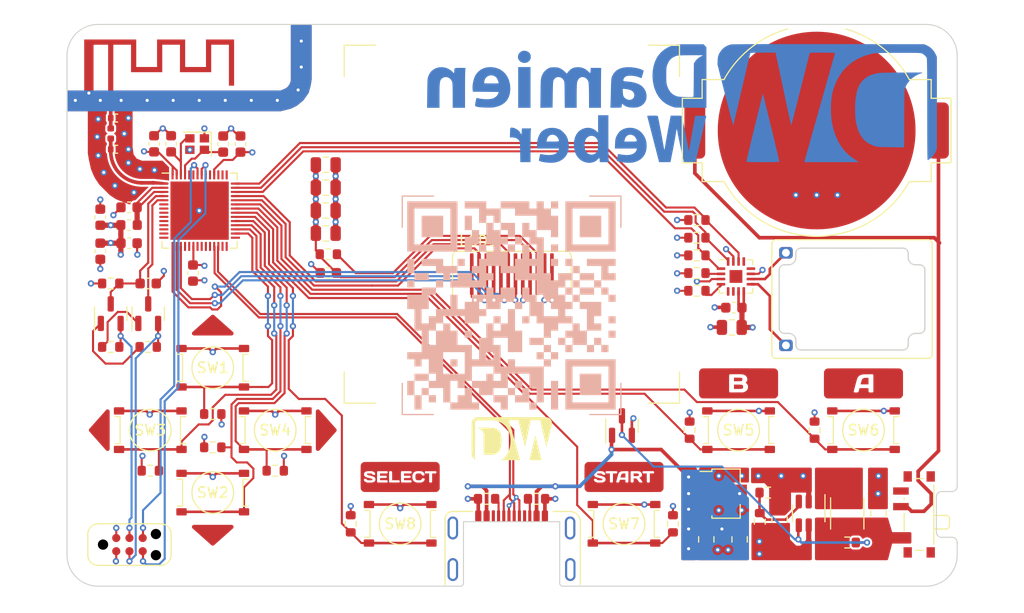
<source format=kicad_pcb>
(kicad_pcb (version 20221018) (generator pcbnew)
  (layers (0 "F.Cu" signal) (1 "In1.Cu" signal) (2 "In2.Cu" signal) (31 "B.Cu" signal) (34 "B.Paste" user) (35 "F.Paste" user) (36 "B.SilkS" user "B.Silkscreen") (37 "F.SilkS" user "F.Silkscreen") (38 "B.Mask" user) (39 "F.Mask" user) (44 "Edge.Cuts" user))
  (net 0 "")
  (net 1 "Net-(BT1-+)")
  (net 2 "Net-(U1-XTAL_N)")
  (net 3 "Net-(U1-XTAL_P)")
  (net 4 "Net-(Q2-C)")
  (net 5 "Net-(U3-SW)")
  (net 6 "Net-(LCD1-LEDA)")
  (net 7 "Net-(U2-OUT_N)")
  (net 8 "Net-(U2-OUT_P)")
  (net 9 "Net-(P1-CC1)")
  (net 11 "Net-(P1-CC2)")
  (net 13 "Net-(Q1-C)")
  (net 14 "Net-(Q2-B)")
  (net 15 "Net-(Q3-B)")
  (net 16 "Net-(U3-FB)")
  (net 17 "Net-(U2-GAIN)")
  (net 18 "Net-(U2-SD_MODE)")
  (net 25 "GND")
  (net 26 "/ESP_ANT")
  (net 30 "+BATT")
  (net 31 "+3V3")
  (net 33 "+5V")
  (net 37 "/USB_DN")
  (net 38 "/USB_DP")
  (net 41 "VDD3P3")
  (net 42 "/BTN_UP")
  (net 43 "/BTN_DOWN")
  (net 44 "/BTN_LEFT")
  (net 45 "/BTN_RIGHT")
  (net 46 "/BTN_A")
  (net 47 "/BTN_B")
  (net 48 "/BTN_START")
  (net 49 "/BTN_SELECT")
  (net 50 "/BOOT")
  (net 58 "/I2S_DOUT")
  (net 59 "/I2S_WS")
  (net 60 "/I2S_BCLK")
  (net 63 "/TFT_DC")
  (net 64 "/SPI2_CS0")
  (net 65 "/SPI2_CLK")
  (net 66 "/SPI2_D")
  (net 67 "/TFT_RESET")
  (net 70 "/PROG_RTS")
  (net 72 "/PROG_DTR")
  (net 73 "/PROG_TX")
  (net 74 "/PROG_RX")
  (net 75 "/ANT")
  (footprint "dw-card:btn_b" (layer "F.Cu") (at 170.5 100.5)
    (fp_text reference "G4" hide)
    (fp_text value "B" hide)
  )
  (footprint "dw-card:logo_dw" (layer "F.Cu") (at 148.7 105.8)
    (fp_text reference "LDW2" hide)
    (fp_text value "Logo_Open_Hardware_Small" hide)
  )
  (footprint "dw-card:SWRA117D_Right" (layer "F.Cu") (at 110.2 72.6)
    (fp_text reference "AE1" hide)
    (fp_text value "Antenna_Dipole")
  )
  (footprint "dw-card:PTS526" (layer "F.Cu") (at 120 99)
    (fp_text reference "SW1")
    (fp_text value "PTS526")
  )
  (footprint "Capacitor_SMD:C_0805_2012Metric" (layer "F.Cu") (at 174.4375 113.6 90)
    (fp_text reference "C2" hide)
    (fp_text value "10u/6V")
  )
  (footprint "dw-card:USB4510" (layer "F.Cu") (at 148.7 116.4)
    (fp_text reference "P1" hide)
    (fp_text value "USB_C_Plug_USB2.0")
    (fp_line (start -4.92 3.6) (end -6.4 3.6) (stroke (width 0.1)) (layer "Edge.Cuts"))
    (fp_line (start -4.62 -2.6) (end 4.62 -2.6) (stroke (width 0.1)) (layer "Edge.Cuts"))
    (fp_line (start -4.62 3.3) (end -4.62 -2.6) (stroke (width 0.1)) (layer "Edge.Cuts"))
    (fp_line (start 4.62 3.3) (end 4.62 -2.6) (stroke (width 0.1)) (layer "Edge.Cuts"))
    (fp_line (start 4.92 3.6) (end 6.6 3.6) (stroke (width 0.1)) (layer "Edge.Cuts"))
    (fp_arc (start -4.62 3.3) (mid -4.707868 3.512132) (end -4.92 3.6) (stroke (width 0.1)) (layer "Edge.Cuts"))
    (fp_arc (start 4.92 3.6) (mid 4.707868 3.512132) (end 4.62 3.3) (stroke (width 0.1)) (layer "Edge.Cuts"))
  )
  (footprint "Capacitor_SMD:C_0805_2012Metric" (layer "F.Cu") (at 167.4 115.5 -90)
    (fp_text reference "C3" hide)
    (fp_text value "10u / 6V")
  )
  (footprint "Capacitor_SMD:C_0603_1608Metric" (layer "F.Cu") (at 111.96 87.03)
    (fp_text reference "C8" hide)
    (fp_text value "1u")
  )
  (footprint "Capacitor_SMD:C_0603_1608Metric" (layer "F.Cu") (at 109.2 84.53 90)
    (fp_text reference "C10" hide)
    (fp_text value "10n")
  )
  (footprint "Package_TO_SOT_SMD:SOT-23" (layer "F.Cu") (at 110.2 93.8 90)
    (fp_text reference "Q2" hide)
    (fp_text value "MMBT3904")
  )
  (footprint "Inductor_SMD:L_Taiyo-Yuden_MD-3030" (layer "F.Cu") (at 180.9375 113 90)
    (fp_text reference "L1" hide)
    (fp_text value "4.7u / 1.6A")
  )
  (footprint "Resistor_SMD:R_0603_1608Metric" (layer "F.Cu") (at 166.5 89.9)
    (fp_text reference "R16" hide)
    (fp_text value "0R")
  )
  (footprint "Capacitor_SMD:C_0805_2012Metric" (layer "F.Cu") (at 130.85 81.6875)
    (fp_text reference "C15" hide)
    (fp_text value "10u/6V")
  )
  (footprint "Capacitor_SMD:C_0603_1608Metric" (layer "F.Cu") (at 170.05 93.225 180)
    (fp_text reference "C18" hide)
    (fp_text value "100n")
  )
  (footprint "dw-card:btn_select" (layer "F.Cu") (at 138 109.5)
    (fp_text reference "G1" hide)
    (fp_text value "SELECT" hide)
  )
  (footprint "dw-card:TC2030-MCP-NL" (layer "F.Cu") (at 112 116)
    (fp_text reference "J1" hide)
    (fp_text value "Conn_01x06")
  )
  (footprint "Package_TO_SOT_SMD:SOT-23" (layer "F.Cu") (at 159.3 104.5625 90)
    (fp_text reference "Q1" hide)
    (fp_text value "MMBT3904")
  )
  (footprint "dw-card:PTS526" (layer "F.Cu") (at 138 114)
    (fp_text reference "SW8")
    (fp_text value "PTS526")
  )
  (footprint "dw-card:2980" (layer "F.Cu") (at 178 76.2)
    (fp_text reference "BT1" hide)
    (fp_text value "Battery_Cell")
  )
  (footprint "Resistor_SMD:R_0603_1608Metric" (layer "F.Cu") (at 166.5 84.8)
    (fp_text reference "R24" hide)
    (fp_text value "10k")
  )
  (footprint "Resistor_SMD:R_0603_1608Metric" (layer "F.Cu") (at 113.8 97)
    (fp_text reference "R19" hide)
    (fp_text value "10K")
  )
  (footprint "dw-card:btn_start" (layer "F.Cu") (at 159.5 109.5)
    (fp_text reference "G2" hide)
    (fp_text value "START" hide)
  )
  (footprint "Resistor_SMD:R_0402_1005Metric" (layer "F.Cu") (at 110.71 75)
    (fp_text reference "R6" hide)
    (fp_text value "1p")
  )
  (footprint "dw-card:btn_dir" (layer "F.Cu") (at 120 115.1 -90)
    (fp_text reference "G6" hide)
    (fp_text value "DIR" hide)
  )
  (footprint "Capacitor_SMD:C_0603_1608Metric" (layer "F.Cu") (at 113.8 90.9)
    (fp_text reference "C21" hide)
    (fp_text value "100n/50V")
  )
  (footprint "dw-card:btn_dir" (layer "F.Cu") (at 120 94.9 90)
    (fp_text reference "G8" hide)
    (fp_text value "DIR" hide)
  )
  (footprint "Capacitor_SMD:C_0603_1608Metric" (layer "F.Cu") (at 131.1 89.8875 180)
    (fp_text reference "C20" hide)
    (fp_text value "100n")
  )
  (footprint "Resistor_SMD:R_0603_1608Metric" (layer "F.Cu") (at 120 103.45)
    (fp_text reference "R8" hide)
    (fp_text value "100k")
  )
  (footprint "Capacitor_SMD:C_0805_2012Metric" (layer "F.Cu") (at 169.85 95.125 180)
    (fp_text reference "C19" hide)
    (fp_text value "10u/6V")
  )
  (footprint "Capacitor_SMD:C_0805_2012Metric" (layer "F.Cu") (at 183.9375 113 90)
    (fp_text reference "C1" hide)
    (fp_text value "10u/6V")
  )
  (footprint "Capacitor_SMD:C_0603_1608Metric" (layer "F.Cu") (at 121 77.5 -90)
    (fp_text reference "C5" hide)
    (fp_text value "8p")
  )
  (footprint "dw-card:ER-TFT-1.54" (layer "F.Cu") (at 148.724759 85.2)
    (fp_text reference "LCD1")
    (fp_text value "ER-TFT1.54-1")
  )
  (footprint "Resistor_SMD:R_0603_1608Metric" (layer "F.Cu") (at 126 108.9)
    (fp_text reference "R11" hide)
    (fp_text value "100k")
  )
  (footprint "Resistor_SMD:R_0402_1005Metric" (layer "F.Cu") (at 110.71 78)
    (fp_text reference "R7" hide)
    (fp_text value "1p")
  )
  (footprint "Inductor_SMD:L_0402_1005Metric" (layer "F.Cu") (at 110.2 76.485 -90)
    (fp_text reference "L2" hide)
    (fp_text value "3.9n")
  )
  (footprint "Button_Switch_SMD:SW_SPDT_PCM12" (layer "F.Cu") (at 187.525 113.1 90)
    (fp_text reference "SW9" hide)
    (fp_text value "SW_SPDT")
  )
  (footprint "Resistor_SMD:R_0603_1608Metric" (layer "F.Cu") (at 151.1 111.6 180)
    (fp_text reference "R5" hide)
    (fp_text value "5.1k")
  )
  (footprint "Capacitor_SMD:C_0805_2012Metric" (layer "F.Cu") (at 130.85 83.8875)
    (fp_text reference "C14" hide)
    (fp_text value "10u/6V")
  )
  (footprint "Resistor_SMD:R_0603_1608Metric" (layer "F.Cu") (at 166.5 88.2)
    (fp_text reference "R22" hide)
    (fp_text value "10k")
  )
  (footprint "Package_TO_SOT_SMD:SOT-23" (layer "F.Cu") (at 113.8 93.8 90)
    (fp_text reference "Q3" hide)
    (fp_text value "MMBT3904")
  )
  (footprint "Inductor_SMD:L_0603_1608Metric" (layer "F.Cu") (at 111.96 85.28)
    (fp_text reference "L3" hide)
    (fp_text value "2n")
  )
  (footprint "Package_TO_SOT_SMD:SOT-89-3" (layer "F.Cu") (at 169.3 111.1)
    (fp_text reference "U4" hide)
    (fp_text value "MCP1700-3302E_SOT89")
  )
  (footprint "dw-card:PTS526" (layer "F.Cu") (at 159.5 114)
    (fp_text reference "SW7")
    (fp_text value "PTS526")
  )
  (footprint "Capacitor_SMD:C_0805_2012Metric" (layer "F.Cu") (at 170.6 115.5 90)
    (fp_text reference "C4" hide)
    (fp_text value "10u / 6V")
  )
  (footprint "dw-card:PTS526" (layer "F.Cu") (at 114 105)
    (fp_text reference "SW3")
    (fp_text value "PTS526")
  )
  (footprint "Capacitor_SMD:C_0603_1608Metric" (layer "F.Cu") (at 116 77.475 90)
    (fp_text reference "C6" hide)
    (fp_text value "8p")
  )
  (footprint "Resistor_SMD:R_0603_1608Metric" (layer "F.Cu") (at 166.5 91.6)
    (fp_text reference "R17" hide)
    (fp_text value "0R")
  )
  (footprint "Resistor_SMD:R_0603_1608Metric" (layer "F.Cu") (at 177.8 105 90)
    (fp_text reference "R13" hide)
    (fp_text value "100k")
  )
  (footprint "Capacitor_SMD:C_0805_2012Metric" (layer "F.Cu") (at 130.85 79.4875)
    (fp_text reference "C12" hide)
    (fp_text value "10u/6V")
  )
  (footprint "Capacitor_SMD:C_0603_1608Metric" (layer "F.Cu") (at 114.3625 77.475 90)
    (fp_text reference "C9" hide)
    (fp_text value "100n")
  )
  (footprint "dw-card:PTS526" (layer "F.Cu") (at 126 105)
    (fp_text reference "SW4")
    (fp_text value "PTS526")
  )
  (footprint "Resistor_SMD:R_0603_1608Metric" (layer "F.Cu") (at 164.2 114 90)
    (fp_text reference "R14" hide)
    (fp_text value "100k")
  )
  (footprint "dw-card:PTS526" (layer "F.Cu") (at 170.5 105)
    (fp_text reference "SW5")
    (fp_text value "PTS526")
  )
  (footprint "Crystal:Crystal_SMD_2016-4Pin_2.0x1.6mm" (layer "F.Cu") (at 118.5 77.5 180)
    (fp_text reference "Y1" hide)
    (fp_text value "40Mhz")
  )
  (footprint "Resistor_SMD:R_0603_1608Metric" (layer "F.Cu") (at 166.5 86.5)
    (fp_text reference "R23" hide)
    (fp_text value "10k")
  )
  (footprint "Capacitor_SMD:C_0603_1608Metric" (layer "F.Cu") (at 118.1 89.9 -90)
    (fp_text reference "C17" hide)
    (fp_text value "100n")
  )
  (footprint "dw-card:btn_dir" (layer "F.Cu") (at 130.9 105)
    (fp_text reference "G5" hide)
    (fp_text value "DIR" hide)
  )
  (footprint "Resistor_SMD:R_0603_1608Metric" (layer "F.Cu") (at 173.3375 111)
    (fp_text reference "R3" hide)
    (fp_text value "640k")
  )
  (footprint "dw-card:CMS-15118D-SP" (layer "F.Cu") (at 181.4 92.4)
    (fp_text reference "LS1" hide)
    (fp_text value "Speaker")
    (fp_line (start -7 -2.8) (end -6.994975 2.794975) (stroke (width 0.12)) (layer "Edge.Cuts"))
    (fp_line (start -6.5 -3.3) (end -6.1 -3.3) (stroke (width 0.12)) (layer "Edge.Cuts"))
    (fp_line (start -6.094975 3.294975) (end -6.494975 3.294975) (stroke (width 0.12)) (layer "Edge.Cuts"))
    (fp_line (start -5.4 -4) (end -5.4 -4.4) (stroke (width 0.12)) (layer "Edge.Cuts"))
    (fp_line (start -5.394975 4.394975) (end -5.394975 3.994975) (stroke (width 0.12)) (layer "Edge.Cuts"))
    (fp_line (start -4.894975 4.894975) (end 4.894975 4.894975) (stroke (width 0.12)) (layer "Edge.Cuts"))
    (fp_line (start 4.894975 -4.894975) (end -4.9 -4.9) (stroke (width 0.12)) (layer "Edge.Cuts"))
    (fp_line (start 5.394975 -4.394975) (end 5.394975 -3.994975) (stroke (width 0.12)) (layer "Edge.Cuts"))
    (fp_line (start 5.394975 3.994975) (end 5.394975 4.394975) (stroke (width 0.12)) (layer "Edge.Cuts"))
    (fp_line (start 6.094975 -3.294975) (end 6.494975 -3.294975) (stroke (width 0.12)) (layer "Edge.Cuts"))
    (fp_line (start 6.494975 3.294975) (end 6.094975 3.294975) (stroke (width 0.12)) (layer "Edge.Cuts"))
    (fp_line (start 6.994975 2.794975) (end 6.994975 -2.794975) (stroke (width 0.12)) (layer "Edge.Cuts"))
    (fp_arc (start -7 -2.8) (mid -6.853553 -3.153553) (end -6.5 -3.3) (stroke (width 0.12)) (layer "Edge.Cuts"))
    (fp_arc (start -6.494975 3.294975) (mid -6.848528 3.148528) (end -6.994975 2.794975) (stroke (width 0.12)) (layer "Edge.Cuts"))
    (fp_arc (start -6.094975 3.294975) (mid -5.6 3.5) (end -5.394975 3.994975) (stroke (width 0.12)) (layer "Edge.Cuts"))
    (fp_arc (start -5.4 -4.4) (mid -5.253553 -4.753553) (end -4.9 -4.9) (stroke (width 0.12)) (layer "Edge.Cuts"))
    (fp_arc (start -5.4 -4) (mid -5.605025 -3.505025) (end -6.1 -3.3) (stroke (width 0.12)) (layer "Edge.Cuts"))
    (fp_arc (start -4.894975 4.894975) (mid -5.248528 4.748528) (end -5.394975 4.394975) (stroke (width 0.12)) (layer "Edge.Cuts"))
    (fp_arc (start 4.894975 -4.894975) (mid 5.248536 -4.748536) (end 5.394975 -4.394975) (stroke (width 0.12)) (layer "Edge.Cuts"))
    (fp_arc (start 5.394975 3.994975) (mid 5.599999 3.499999) (end 6.094975 3.294975) (stroke (width 0.12)) (layer "Edge.Cuts"))
    (fp_arc (start 5.394975 4.394975) (mid 5.248527 4.748527) (end 4.894975 4.894975) (stroke (width 0.12)) (layer "Edge.Cuts"))
    (fp_arc (start 6.094975 -3.294975) (mid 5.600008 -3.500008) (end 5.394975 -3.994975) (stroke (width 0.12)) (layer "Edge.Cuts"))
    (fp_arc (start 6.494975 -3.294975) (mid 6.848536 -3.148536) (end 6.994975 -2.794975) (stroke (width 0.12)) (layer "Edge.Cuts"))
    (fp_arc (start 6.994975 2.794975) (mid 6.848527 3.148527) (end 6.494975 3.294975) (stroke (width 0.12)) (layer "Edge.Cuts"))
  )
  (footprint "dw-card:btn_a" (layer "F.Cu") (at 182.5 100.5)
    (fp_text reference "G3" hide)
    (fp_text value "A" hide)
  )
  (footprint "Package_DFN_QFN:QFN-56-1EP_7x7mm_P0.4mm_EP5.6x5.6mm" (layer "F.Cu") (at 118.7375 83.9)
    (fp_text reference "U1" hide)
    (fp_text value "ESP32-S3")
  )
  (footprint "Capacitor_SMD:C_0603_1608Metric" (layer "F.Cu") (at 111.96 83.58 180)
    (fp_text reference "C11" hide)
    (fp_text value "100n")
  )
  (footprint "Package_DFN_QFN:TQFN-16-1EP_3x3mm_P0.5mm_EP1.23x1.23mm" (layer "F.Cu") (at 170.25 90.225)
    (fp_text reference "U2" hide)
    (fp_text value "MAX98357A")
  )
  (footprint "Resistor_SMD:R_0603_1608Metric" (layer "F.Cu") (at 172.5375 113.8 90)
    (fp_text reference "R2" hide)
    (fp_text value "1M")
  )
  (footprint "dw-card:PTS526" (layer "F.Cu") (at 120 111)
    (fp_text reference "SW2")
    (fp_text value "PTS526")
  )
  (footprint "Capacitor_SMD:C_0603_1608Metric" (layer "F.Cu") (at 109.2 87.8 -90)
    (fp_text reference "C16" hide)
    (fp_text value "100n")
  )
  (footprint "dw-card:btn_dir" (layer "F.Cu") (at 109.1 105 180)
    (fp_text reference "G7" hide)
    (fp_text value "DIR" hide)
  )
  (footprint "Resistor_SMD:R_0603_1608Metric" (layer "F.Cu") (at 110.2 97)
    (fp_text reference "R20" hide)
    (fp_text value "10K")
  )
  (footprint "Resistor_SMD:R_0603_1608Metric" (layer "F.Cu") (at 114 108.9 180)
    (fp_text reference "R10" hide)
    (fp_text value "100k")
  )
  (footprint "Resistor_SMD:R_0603_1608Metric" (layer "F.Cu") (at 120 106.65 180)
    (fp_text reference "R9" hide)
    (fp_text value "100k")
  )
  (footprint "Resistor_SMD:R_0603_1608Metric" (layer "F.Cu") (at 180.9375 115.8)
    (fp_text reference "R1" hide)
    (fp_text value "100k")
  )
  (footprint "Resistor_SMD:R_0603_1608Metric" (layer "F.Cu") (at 131.1 88.0875)
    (fp_text reference "R18" hide)
    (fp_text value "10R")
  )
  (footprint "Resistor_SMD:R_0603_1608Metric" (layer "F.Cu") (at 133.25 114 90)
    (fp_text reference "R15" hide)
    (fp_text value "100k")
  )
  (footprint "Capacitor_SMD:C_0603_1608Metric" (layer "F.Cu") (at 122.6625 77.5 90)
    (fp_text reference "C7" hide)
    (fp_text value "1u")
  )
  (footprint "Resistor_SMD:R_0603_1608Metric" (layer "F.Cu") (at 110.2 90.9 180)
    (fp_text reference "R21" hide)
    (fp_text value "10K")
  )
  (footprint "dw-card:PTS526" (layer "F.Cu") (at 182.5 105)
    (fp_text reference "SW6")
    (fp_text value "PTS526")
  )
  (footprint "Resistor_SMD:R_0603_1608Metric" (layer "F.Cu") (at 165.8 105 90)
    (fp_text reference "R12" hide)
    (fp_text value "100k")
  )
  (footprint "Resistor_SMD:R_0603_1608Metric" (layer "F.Cu") (at 146.3 111.6)
    (fp_text reference "R4" hide)
    (fp_text value "5.1k")
  )
  (footprint "Capacitor_SMD:C_0805_2012Metric" (layer "F.Cu") (at 130.85 86.0875)
    (fp_text reference "C13" hide)
    (fp_text value "10u/6V")
  )
  (footprint "Package_TO_SOT_SMD:TSOT-23-6" (layer "F.Cu") (at 177.2375 113 -90)
    (fp_text reference "U3" hide)
    (fp_text value "MP3120")
  )
  (footprint "dw-card:qrcode_github" (layer "B.Cu") (at 148.7 93 180)
    (fp_text reference "LDW3" hide)
    (fp_text value "Logo_Open_Hardware_Small" hide)
  )
  (footprint "dw-card:logo" (layer "B.Cu") (at 165 73.5 180)
    (fp_text reference "LDW1" hide)
    (fp_text value "Logo_Open_Hardware_Small" hide)
  )
  (gr_line (start 191.5 115.8) (end 191.5 117) (stroke (width 0.1)) (layer "Edge.Cuts"))
  (gr_arc (start 191.5 110.4) (mid 191.353553 110.753553) (end 191 110.9) (stroke (width 0.1)) (layer "Edge.Cuts"))
  (gr_arc (start 188.5 66) (mid 190.62132 66.87868) (end 191.5 69) (stroke (width 0.1)) (layer "Edge.Cuts"))
  (gr_arc (start 109 120) (mid 106.87868 119.12132) (end 106 117) (stroke (width 0.1)) (layer "Edge.Cuts"))
  (gr_arc (start 189.5 111.4) (mid 189.646447 111.046447) (end 190 110.9) (stroke (width 0.1)) (layer "Edge.Cuts"))
  (gr_line (start 106 117) (end 106 69) (stroke (width 0.1)) (layer "Edge.Cuts"))
  (gr_line (start 142.3 120) (end 109 120) (stroke (width 0.1)) (layer "Edge.Cuts"))
  (gr_arc (start 190 115.3) (mid 189.646447 115.153553) (end 189.5 114.8) (stroke (width 0.1)) (layer "Edge.Cuts"))
  (gr_line (start 190 115.3) (end 191 115.3) (stroke (width 0.1)) (layer "Edge.Cuts"))
  (gr_line (start 191.5 69) (end 191.5 110.4) (stroke (width 0.1)) (layer "Edge.Cuts"))
  (gr_arc (start 191 115.3) (mid 191.353553 115.446447) (end 191.5 115.8) (stroke (width 0.1)) (layer "Edge.Cuts"))
  (gr_line (start 189.5 111.4) (end 189.5 114.8) (stroke (width 0.1)) (layer "Edge.Cuts"))
  (gr_arc (start 191.5 117) (mid 190.62132 119.12132) (end 188.5 120) (stroke (width 0.1)) (layer "Edge.Cuts"))
  (gr_line (start 109 66) (end 188.5 66) (stroke (width 0.1)) (layer "Edge.Cuts"))
  (gr_line (start 190 110.9) (end 191 110.9) (stroke (width 0.1)) (layer "Edge.Cuts"))
  (gr_arc (start 106 69) (mid 106.87868 66.87868) (end 109 66) (stroke (width 0.1)) (layer "Edge.Cuts"))
  (gr_line (start 155.3 120) (end 188.5 120) (stroke (width 0.1)) (layer "Edge.Cuts"))
  (segment (start 172.5 86.5) (end 189.3 86.5) (width 0.35) (layer "F.Cu") (net 1))
  (segment (start 189 111.1) (end 187.75 109.85) (width 0.35) (layer "F.Cu") (net 1))
  (segment (start 187.12 112.8) (end 188.3 112.8) (width 0.35) (layer "F.Cu") (net 1))
  (segment (start 189.3 86.5) (end 189.8 87) (width 0.35) (layer "F.Cu") (net 1))
  (segment (start 186.67 112.35) (end 187.12 112.8) (width 0.35) (layer "F.Cu") (net 1))
  (segment (start 189.7 107) (end 189.7 76.2) (width 0.35) (layer "F.Cu") (net 1))
  (segment (start 166.3 76.2) (end 166.3 80.3) (width 0.35) (layer "F.Cu") (net 1))
  (segment (start 188.3 112.8) (end 189 112.1) (width 0.35) (layer "F.Cu") (net 1))
  (segment (start 166.3 80.3) (end 172.5 86.5) (width 0.35) (layer "F.Cu") (net 1))
  (segment (start 187.75 109.85) (end 187.75 108.95) (width 0.35) (layer "F.Cu") (net 1))
  (segment (start 189 112.1) (end 189 111.1) (width 0.35) (layer "F.Cu") (net 1))
  (segment (start 187.75 108.95) (end 189.7 107) (width 0.35) (layer "F.Cu") (net 1))
  (segment (start 117.3375 79.545583) (end 117.3375 80.4625) (width 0.2) (layer "F.Cu") (net 2))
  (segment (start 121 78.275) (end 119.425 78.275) (width 0.2) (layer "F.Cu") (net 2))
  (segment (start 119.425 78.275) (end 119.2 78.05) (width 0.2) (layer "F.Cu") (net 2))
  (segment (start 118.3 78.9) (end 117.983083 78.9) (width 0.2) (layer "F.Cu") (net 2))
  (segment (start 119.15 78.05) (end 118.3 78.9) (width 0.2) (layer "F.Cu") (net 2))
  (segment (start 117.983083 78.9) (end 117.3375 79.545583) (width 0.2) (layer "F.Cu") (net 2))
  (segment (start 119.2 78.05) (end 119.15 78.05) (width 0.2) (layer "F.Cu") (net 2))
  (segment (start 117.45 76.95) (end 117.8 76.95) (width 0.2) (layer "F.Cu") (net 3))
  (segment (start 116.9375 79.3) (end 116.9375 79.1875) (width 0.2) (layer "F.Cu") (net 3))
  (segment (start 116.9375 80.4625) (end 116.9375 79.3) (width 0.2) (layer "F.Cu") (net 3))
  (segment (start 116.9375 77.4625) (end 117.45 76.95) (width 0.2) (layer "F.Cu") (net 3))
  (segment (start 116.9375 79.1875) (end 116 78.25) (width 0.2) (layer "F.Cu") (net 3))
  (segment (start 116.9375 79.3) (end 116.9375 77.4625) (width 0.2) (layer "F.Cu") (net 3))
  (segment (start 114.534994 82.5) (end 115.3 82.5) (width 0.2) (layer "F.Cu") (net 4))
  (segment (start 113.025 89.675) (end 113.025 90.9) (width 0.2) (layer "F.Cu") (net 4))
  (segment (start 113.800481 83.234513) (end 114.534994 82.5) (width 0.2) (layer "F.Cu") (net 4))
  (segment (start 110.2 91.725) (end 111.025 90.9) (width 0.2) (layer "F.Cu") (net 4))
  (segment (start 113.800481 88.899519) (end 113.025 89.675) (width 0.2) (layer "F.Cu") (net 4))
  (segment (start 110.2 92.8625) (end 110.2 91.725) (width 0.2) (layer "F.Cu") (net 4))
  (segment (start 113.800481 88.899519) (end 113.800481 83.234513) (width 0.2) (layer "F.Cu") (net 4))
  (segment (start 113.025 90.9) (end 111.025 90.9) (width 0.2) (layer "F.Cu") (net 4))
  (segment (start 149.490245 86.325239) (end 148.12572 86.325239) (width 0.2) (layer "F.Cu") (net 6))
  (segment (start 140.874761 86.325239) (end 137.29904 89.90096) (width 0.2) (layer "F.Cu") (net 6))
  (segment (start 137.29904 89.90096) (end 133.73846 89.90096) (width 0.2) (layer "F.Cu") (net 6))
  (segment (start 133.73846 89.90096) (end 131.925 88.0875) (width 0.2) (layer "F.Cu") (net 6))
  (segment (start 151.174759 88.009753) (end 149.490245 86.325239) (width 0.2) (layer "F.Cu") (net 6))
  (segment (start 151.174759 90.324759) (end 151.174759 88.009753) (width 0.2) (layer "F.Cu") (net 6))
  (segment (start 148.12572 86.325239) (end 140.874761 86.325239) (width 0.2) (layer "F.Cu") (net 6))
  (segment (start 175.05 87.95) (end 173.5 89.5) (width 0.25) (layer "F.Cu") (net 7))
  (segment (start 173.025 90.475) (end 173.5 90) (width 0.25) (layer "F.Cu") (net 7))
  (segment (start 171.6875 90.475) (end 173.025 90.475) (width 0.25) (layer "F.Cu") (net 7))
  (segment (start 173.5 89.5) (end 173.5 89.7) (width 0.25) (layer "F.Cu") (net 7))
  (segment (start 173.5 89.7) (end 173.5 90) (width 0.25) (layer "F.Cu") (net 7))
  (segment (start 172.375 90.975) (end 173.5 92.1) (width 0.25) (layer "F.Cu") (net 8))
  (segment (start 173.5 92.1) (end 173.5 95.3) (width 0.25) (layer "F.Cu") (net 8))
  (segment (start 173.5 95.3) (end 175.05 96.85) (width 0.25) (layer "F.Cu") (net 8))
  (segment (start 171.6875 90.975) (end 172.375 90.975) (width 0.25) (layer "F.Cu") (net 8))
  (segment (start 147.45 113.25) (end 147.45 111.925) (width 0.2) (layer "F.Cu") (net 9))
  (segment (start 147.45 111.925) (end 147.125 111.6) (width 0.2) (layer "F.Cu") (net 9))
  (segment (start 150.45 113.25) (end 150.45 111.775) (width 0.2) (layer "F.Cu") (net 11))
  (segment (start 150.45 111.775) (end 150.275 111.6) (width 0.2) (layer "F.Cu") (net 11))
  (segment (start 159.3 105.4625) (end 159.3 103.625) (width 0.25) (layer "F.Cu") (net 13))
  (segment (start 176.2375 114.1875) (end 176.2875 114.1375) (width 0.25) (layer "F.Cu") (net 13))
  (segment (start 176.2375 115.5) (end 176.2375 114.1875) (width 0.25) (layer "F.Cu") (net 13))
  (segment (start 182.8375 115.8) (end 181.7625 115.8) (width 0.25) (layer "F.Cu") (net 13))
  (via (at 159.3 105.4625) (size 0.6) (drill 0.3) (layers "F.Cu" "B.Cu") (net 13))
  (via (at 182.8375 115.8) (size 0.6) (drill 0.3) (layers "F.Cu" "B.Cu") (net 13))
  (via (at 176.2375 115.5) (size 0.6) (drill 0.3) (layers "F.Cu" "B.Cu") (net 13))
  (segment (start 168.9 108.5) (end 162.3375 108.5) (width 0.2) (layer "B.Cu") (net 13))
  (segment (start 176.2375 115.5) (end 175.9 115.5) (width 0.2) (layer "B.Cu") (net 13))
  (segment (start 176.5375 115.8) (end 182.8375 115.8) (width 0.25) (layer "B.Cu") (net 13))
  (segment (start 176.2375 115.5) (end 176.5375 115.8) (width 0.25) (layer "B.Cu") (net 13))
  (segment (start 175.9 115.5) (end 168.9 108.5) (width 0.2) (layer "B.Cu") (net 13))
  (segment (start 162.3375 108.5) (end 159.3 105.4625) (width 0.2) (layer "B.Cu") (net 13))
  (segment (start 109.25 94.7375) (end 108.5 95.4875) (width 0.2) (layer "F.Cu") (net 14))
  (segment (start 109.7 98.6) (end 111.375 98.6) (width 0.2) (layer "F.Cu") (net 14))
  (segment (start 108.5 97.4) (end 109.7 98.6) (width 0.2) (layer "F.Cu") (net 14))
  (segment (start 111.375 98.6) (end 112.975 97) (width 0.2) (layer "F.Cu") (net 14))
  (segment (start 108.5 95.4875) (end 108.5 97.4) (width 0.2) (layer "F.Cu") (net 14))
  (segment (start 109.9 94.614283) (end 109.9 96.475) (width 0.2) (layer "F.Cu") (net 15))
  (segment (start 111.748697 93.636197) (end 110.878086 93.636197) (width 0.2) (layer "F.Cu") (net 15))
  (segment (start 112.85 94.7375) (end 111.748697 93.636197) (width 0.2) (layer "F.Cu") (net 15))
  (segment (start 110.878086 93.636197) (end 109.9 94.614283) (width 0.2) (layer "F.Cu") (net 15))
  (segment (start 109.9 96.475) (end 109.375 97) (width 0.2) (layer "F.Cu") (net 15))
  (segment (start 176.2875 112.337493) (end 175.024993 113.6) (width 0.25) (layer "F.Cu") (net 16))
  (segment (start 176.2875 111.8625) (end 176.2875 112.337493) (width 0.25) (layer "F.Cu") (net 16))
  (segment (start 173.1625 113.6) (end 172.5125 112.95) (width 0.25) (layer "F.Cu") (net 16))
  (segment (start 172.5125 112.95) (end 172.5125 110.8) (width 0.25) (layer "F.Cu") (net 16))
  (segment (start 175.024993 113.6) (end 173.1625 113.6) (width 0.25) (layer "F.Cu") (net 16))
  (segment (start 168.8125 89.975) (end 167.325 89.975) (width 0.2) (layer "F.Cu") (net 17))
  (segment (start 168.8125 90.975) (end 168.8125 91.0875) (width 0.2) (layer "F.Cu") (net 18))
  (segment (start 167.9 92) (end 167.325 92) (width 0.2) (layer "F.Cu") (net 18))
  (segment (start 168.8125 91.0875) (end 167.9 92) (width 0.2) (layer "F.Cu") (net 18))
  (segment (start 149.074759 92.475241) (end 149.074759 90.324759) (width 0.2) (layer "F.Cu") (net 25))
  (segment (start 151.9 113.25) (end 151.9 111.625) (width 0.35) (layer "F.Cu") (net 25))
  (segment (start 164.2 113) (end 164.2 112.3) (width 0.2) (layer "F.Cu") (net 25))
  (segment (start 126.825 107.4995) (end 126.825 108.9) (width 0.2) (layer "F.Cu") (net 25))
  (segment (start 120.825 103.45) (end 120.825 104.425) (width 0.2) (layer "F.Cu") (net 25))
  (segment (start 115.3 76) (end 115.2 76) (width 0.2) (layer "F.Cu") (net 25))
  (segment (start 112.735 88.105) (end 112.76 88.13) (width 0.2) (layer "F.Cu") (net 25))
  (segment (start 145.5 111.625) (end 145.475 111.6) (width 0.35) (layer "F.Cu") (net 25))
  (segment (start 167.8 95.1) (end 168.875 95.1) (width 0.35) (layer "F.Cu") (net 25))
  (segment (start 119.2 90.6) (end 118.175 90.6) (width 0.2) (layer "F.Cu") (net 25))
  (segment (start 172.425 89.975) (end 172.8 89.6) (width 0.2) (layer "F.Cu") (net 25))
  (segment (start 168.875 95.1) (end 168.9 95.125) (width 0.35) (layer "F.Cu") (net 25))
  (segment (start 121.0375 76.725) (end 121 76.725) (width 0.2) (layer "F.Cu") (net 25))
  (segment (start 177.2375 111.8625) (end 177.2375 109.8) (width 0.5) (layer "F.Cu") (net 25))
  (segment (start 119.175 106.65) (end 119.175 105.675) (width 0.2) (layer "F.Cu") (net 25))
  (segment (start 110.46 84.33) (end 110.46 84.305) (width 0.2) (layer "F.Cu") (net 25))
  (segment (start 110.73 117.57) (end 110.7 117.6) (width 0.2) (layer "F.Cu") (net 25))
  (segment (start 130.3 89.8875) (end 129.45 89.0375) (width 0.2) (layer "F.Cu") (net 25))
  (segment (start 112.735 87.03) (end 112.735 88.105) (width 0.2) (layer "F.Cu") (net 25))
  (segment (start 133.25 112.3) (end 133.25 113.25) (width 0.2) (layer "F.Cu") (net 25))
  (segment (start 121.7625 76) (end 121.0375 76.725) (width 0.2) (layer "F.Cu") (net 25))
  (segment (start 122.4875 76.725) (end 122.6625 76.725) (width 0.2) (layer "F.Cu") (net 25))
  (segment (start 115.1 76) (end 115.2 76) (width 0.2) (layer "F.Cu") (net 25))
  (segment (start 152.574759 92.474759) (end 152.574759 90.324759) (width 0.2) (layer "F.Cu") (net 25))
  (segment (start 152.6 92.5) (end 152.574759 92.474759) (width 0.2) (layer "F.Cu") (net 25))
  (segment (start 151.874759 92.475241) (end 151.874759 90.324759) (width 0.2) (layer "F.Cu") (net 25))
  (segment (start 168.2 93.2) (end 169.25 93.2) (width 0.35) (layer "F.Cu") (net 25))
  (segment (start 169.3 87.6) (end 170 88.3) (width 0.2) (layer "F.Cu") (net 25))
  (segment (start 145.475 111.6) (end 144.5 111.6) (width 0.35) (layer "F.Cu") (net 25))
  (segment (start 145.5 113.25) (end 145.5 111.625) (width 0.35) (layer "F.Cu") (net 25))
  (segment (start 115.3 89.7) (end 115.3 90.175) (width 0.2) (layer "F.Cu") (net 25))
  (segment (start 118.175 90.6) (end 118.1 90.675) (width 0.2) (layer "F.Cu") (net 25))
  (segment (start 149.8 92.5) (end 149.774759 92.474759) (width 0.2) (layer "F.Cu") (net 25))
  (segment (start 151.85 92.5) (end 151.874759 92.475241) (width 0.2) (layer "F.Cu") (net 25))
  (segment (start 111.9 75) (end 111.22 75) (width 0.2) (layer "F.Cu") (net 25))
  (segment (start 149.774759 92.474759) (end 149.774759 90.324759) (width 0.2) (layer "F.Cu") (net 25))
  (segment (start 110.46 84.305) (end 111.185 83.58) (width 0.2) (layer "F.Cu") (net 25))
  (segment (start 165.8 104) (end 165.8 103.3) (width 0.2) (layer "F.Cu") (net 25))
  (segment (start 167.707107 90.7) (end 167.932107 90.475) (width 0.2) (layer "F.Cu") (net 25))
  (segment (start 116 76.7) (end 115.3 76) (width 0.2) (layer "F.Cu") (net 25))
  (segment (start 115.3 90.175) (end 114.575 90.9) (width 0.2) (layer "F.Cu") (net 25))
  (segment (start 160.25 105.5) (end 160.25 104.0125) (width 0.25) (layer "F.Cu") (net 25))
  (segment (start 144.874759 92.174759) (end 144.874759 90.324759) (width 0.2) (layer "F.Cu") (net 25))
  (segment (start 109.2 89.5) (end 109.2 88.575) (width 0.2) (layer "F.Cu") (net 25))
  (segment (start 119.175 105.675) (end 119.2 105.65) (width 0.2) (layer "F.Cu") (net 25))
  (segment (start 145.2 92.5) (end 144.874759 92.174759) (width 0.2) (layer "F.Cu") (net 25))
  (segment (start 113.25 107.4745) (end 113.175 107.5495) (width 0.2) (layer "F.Cu") (net 25))
  (segment (start 131.8 79.4875) (end 131.8 86.0875) (width 0.5) (layer "F.Cu") (net 25))
  (segment (start 120.825 104.425) (end 120.85 104.45) (width 0.2) (layer "F.Cu") (net 25))
  (segment (start 111.9 78) (end 111.21 78) (width 0.2) (layer "F.Cu") (net 25))
  (segment (start 114.4 76.7) (end 115.1 76) (width 0.2) (layer "F.Cu") (net 25))
  (segment (start 151.9 111.625) (end 151.925 111.6) (width 0.35) (layer "F.Cu") (net 25))
  (segment (start 110.73 116.635) (end 110.73 117.57) (width 0.2) (layer "F.Cu") (net 25))
  (segment (start 121.7625 76) (end 122.4875 76.725) (width 0.2) (layer "F.Cu") (net 25))
  (segment (start 166.5 90.7) (end 167.707107 90.7) (width 0.2) (layer "F.Cu") (net 25))
  (segment (start 149.05 92.5) (end 149.074759 92.475241) (width 0.2) (layer "F.Cu") (net 25))
  (segment (start 109.2 83.7625) (end 109.2 82.8375) (width 0.2) (layer "F.Cu") (net 25))
  (segment (start 171.6875 89.975) (end 172.425 89.975) (width 0.2) (layer "F.Cu") (net 25))
  (segment (start 177.8 104.175) (end 177.8 103.3) (width 0.2) (layer "F.Cu") (net 25))
  (segment (start 167.932107 90.475) (end 168.8125 90.475) (width 0.2) (layer "F.Cu") (net 25))
  (segment (start 126.85 107.4745) (end 126.825 107.4995) (width 0.2) (layer "F.Cu") (net 25))
  (segment (start 113.175 107.5495) (end 113.175 108.9) (width 0.2) (layer "F.Cu") (net 25))
  (segment (start 130.325 89.8875) (end 130.3 89.8875) (width 0.2) (layer "F.Cu") (net 25))
  (segment (start 151.925 111.6) (end 152.9 111.6) (width 0.35) (layer "F.Cu") (net 25))
  (segment (start 114.3625 76.7) (end 114.4 76.7) (width 0.2) (layer "F.Cu") (net 25))
  (segment (start 169.25 93.2) (end 169.275 93.225) (width 0.35) (layer "F.Cu") (net 25))
  (segment (start 160.25 104.0125) (end 160.4 103.8625) (width 0.25) (layer "F.Cu") (net 25))
  (segment (start 119.2 76) (end 119.2 76.95) (width 0.2) (layer "F.Cu") (net 25))
  (segment (start 170 88.3) (end 170 88.7875) (width 0.2) (layer "F.Cu") (net 25))
  (via (at 113 79.9) (size 0.6) (drill 0.3) (layers "F.Cu" "B.Cu") (net 25))
  (via (at 111.5 76.5) (size 0.6) (drill 0.3) (layers "F.Cu" "B.Cu") (net 25))
  (via (at 106.8 73.3) (size 0.6) (drill 0.3) (layers "F.Cu" "B.Cu") (net 25))
  (via (at 169.3 87.6) (size 0.6) (drill 0.3) (layers "F.Cu" "B.Cu") (net 25))
  (via (at 166.5 90.7) (size 0.6) (drill 0.3) (layers "F.Cu" "B.Cu") (net 25))
  (via (at 119.2 76) (size 0.6) (drill 0.3) (layers "F.Cu" "B.Cu") (net 25))
  (via (at 109 75.1) (size 0.6) (drill 0.3) (layers "F.Cu" "B.Cu") (net 25))
  (via (at 131.8 82.7875) (size 0.6) (drill 0.3) (layers "F.Cu" "B.Cu") (net 25))
  (via (at 111.2 73.3) (size 0.6) (drill 0.3) (layers "F.Cu" "B.Cu") (net 25))
  (via (at 168.6 109.4) (size 0.6) (drill 0.3) (layers "F.Cu" "B.Cu") (net 25))
  (via (at 145.2 92.5) (size 0.6) (drill 0.3) (layers "F.Cu" "B.Cu") (net 25))
  (via (at 113.7 73.3) (size 0.6) (drill 0.3) (layers "F.Cu" "B.Cu") (net 25))
  (via (at 172.8 89.6) (size 0.6) (drill 0.3) (layers "F.Cu" "B.Cu") (net 25))
  (via (at 109.2 89.5) (size 0.6) (drill 0.3) (layers "F.Cu" "B.Cu") (net 25))
  (via (at 111.9 79.3) (size 0.6) (drill 0.3) (layers "F.Cu" "B.Cu") (net 25))
  (via (at 169.5 116.5) (size 0.6) (drill 0.3) (layers "F.Cu" "B.Cu") (net 25))
  (via (at 177.8 103.3) (size 0.6) (drill 0.3) (layers "F.Cu" "B.Cu") (net 25))
  (via (at 119.2 105.65) (size 0.6) (drill 0.3) (layers "F.Cu" "B.Cu") (net 25))
  (via (at 117.8 78.05) (size 0.6) (drill 0.3) (layers "F.Cu" "B.Cu") (net 25))
  (via (at 180 82.4) (size 0.6) (drill 0.3) (layers "F.Cu" "B.Cu") (net 25))
  (via (at 131.8 80.5875) (size 0.6) (drill 0.3) (layers "F.Cu" "B.Cu") (net 25))
  (via (at 110.46 84.33) (size 0.6) (drill 0.3) (layers "F.Cu" "B.Cu") (net 25))
  (via (at 110.7 117.6) (size 0.6) (drill 0.3) (layers "F.Cu" "B.Cu") (net 25))
  (via (at 149.05 92.5) (size 0.6) (drill 0.3) (layers "F.Cu" "B.Cu") (net 25))
  (via (at 113.25 107.4745) (size 0.6) (drill 0.3) (layers "F.Cu" "B.Cu") (net 25))
  (via (at 131.8 84.9875) (size 0.6) (drill 0.3) (layers "F.Cu" "B.Cu") (net 25))
  (via (at 151.85 92.5) (size 0.6) (drill 0.3) (layers "F.Cu" "B.Cu") (net 25))
  (via (at 118.7 83.9) (size 0.6) (drill 0.3) (layers "F.Cu" "B.Cu") (net 25))
  (via (at 183.9 111.1) (size 0.6) (drill 0.3) (layers "F.Cu" "B.Cu") (net 25))
  (via (at 123.7 73.3) (size 0.6) (drill 0.3) (layers "F.Cu" "B.Cu") (net 25))
  (via (at 128.5 70.1) (size 0.6) (drill 0.3) (layers "F.Cu" "B.Cu") (net 25))
  (via (at 133.25 112.3) (size 0.6) (drill 0.3) (layers "F.Cu" "B.Cu") (net 25))
  (via (at 121.7625 76) (size 0.6) (drill 0.3) (layers "F.Cu" "B.Cu") (net 25))
  (via (at 168.5 116.5) (size 0.6) (drill 0.3) (layers "F.Cu" "B.Cu") (net 25))
  (via (at 128.5 67.6) (size 0.6) (drill 0.3) (layers "F.Cu" "B.Cu") (net 25))
  (via (at 168.2 93.2) (size 0.6) (drill 0.3) (layers "F.Cu" "B.Cu") (net 25))
  (via (at 176.7 109.4) (size 0.6) (drill 0.3) (layers "F.Cu" "B.Cu") (net 25))
  (via (at 115.3 89.7) (size 0.6) (drill 0.3) (layers "F.Cu" "B.Cu") (net 25))
  (via (at 126.2 73.3) (size 0.6) (drill 0.3) (layers "F.Cu" "B.Cu") (net 25))
  (via (at 149.8 92.5) (size 0.6) (drill 0.3) (layers "F.Cu" "B.Cu") (net 25))
  (via (at 160.4 103.8625) (size 0.6) (drill 0.3) (layers "F.Cu" "B.Cu") (net 25))
  (via (at 176 82.4) (size 0.6) (drill 0.3) (layers "F.Cu" "B.Cu") (net 25))
  (via (at 165.8 103.3) (size 0.6) (drill 0.3) (layers "F.Cu" "B.Cu") (net 25))
  (via (at 172.4 109.4) (size 0.6) (drill 0.3) (layers "F.Cu" "B.Cu") (net 25))
  (via (at 112.76 88.13) (size 0.6) (drill 0.3) (layers "F.Cu" "B.Cu") (net 25))
  (via (at 118.7 73.3) (size 0.6) (drill 0.3) (layers "F.Cu" "B.Cu") (net 25))
  (via (at 116.2 73.3) (size 0.6) (drill 0.3) (layers "F.Cu" "B.Cu") (net 25))
  (via (at 110.6 81.5) (size 0.6) (drill 0.3) (layers "F.Cu" "B.Cu") (net 25))
  (via (at 126.85 107.4745) (size 0.6) (drill 0.3) (layers "F.Cu" "B.Cu") (net 25))
  (via (at 109.2 82.8375) (size 0.6) (drill 0.3) (layers "F.Cu" "B.Cu") (net 25))
  (via (at 174.6 109.4) (size 0.6) (drill 0.3) (layers "F.Cu" "B.Cu") (net 25))
  (via (at 112.43 82.15) (size 0.6) (drill 0.3) (layers "F.Cu" "B.Cu") (net 25))
  (via (at 170.8 109.4) (size 0.6) (drill 0.3) (layers "F.Cu" "B.Cu") (net 25))
  (via (at 128.2 72.3) (size 0.6) (drill 0.3) (layers "F.Cu" "B.Cu") (net 25))
  (via (at 152.6 92.5) (size 0.6) (drill 0.3) (layers "F.Cu" "B.Cu") (net 25))
  (via (at 109 78.6) (size 0.6) (drill 0.3) (layers "F.Cu" "B.Cu") (net 25))
  (via (at 129.45 89.0375) (size 0.6) (drill 0.3) (layers "F.Cu" "B.Cu") (net 25))
  (via (at 152.9 111.6) (size 0.6) (drill 0.3) (layers "F.Cu" "B.Cu") (net 25))
  (via (at 183.9375 109.4) (size 0.6) (drill 0.3) (layers "F.Cu" "B.Cu") (net 25))
  (via (at 144.5 111.6) (size 0.6) (drill 0.3) (layers "F.Cu" "B.Cu") (net 25))
  (via (at 109.53 80.23) (size 0.6) (drill 0.3) (layers "F.Cu" "B.Cu") (net 25))
  (via (at 120.85 104.45) (size 0.6) (drill 0.3) (layers "F.Cu" "B.Cu") (net 25))
  (via (at 167.8 95.1) (size 0.6) (drill 0.3) (layers "F.Cu" "B.Cu") (net 25))
  (via (at 164.2 112.3) (size 0.6) (drill 0.3) (layers "F.Cu" "B.Cu") (net 25))
  (via (at 178 82.4) (size 0.6) (drill 0.3) (layers "F.Cu" "B.Cu") (net 25))
  (via (at 108.9 76.8) (size 0.6) (drill 0.3) (layers "F.Cu" "B.Cu") (net 25))
  (via (at 111.9 75) (size 0.6) (drill 0.3) (layers "F.Cu" "B.Cu") (net 25))
  (via (at 109.2 73.3) (size 0.6) (drill 0.3) (layers "F.Cu" "B.Cu") (net 25))
  (via (at 119.2 90.6) (size 0.6) (drill 0.3) (layers "F.Cu" "B.Cu") (net 25))
  (via (at 121.2 73.3) (size 0.6) (drill 0.3) (layers "F.Cu" "B.Cu") (net 25))
  (via (at 114.4 80) (size 0.6) (drill 0.3) (layers "F.Cu" "B.Cu") (net 25))
  (via (at 115.2 76) (size 0.6) (drill 0.3) (layers "F.Cu" "B.Cu") (net 25))
  (via (at 111.9 78) (size 0.6) (drill 0.3) (layers "F.Cu" "B.Cu") (net 25))
  (segment (start 113.20548 81.22548) (end 114.29 81.22548) (width 0.35) (layer "F.Cu") (net 26))
  (segment (start 110.20548 78.00548) (end 110.2 78) (width 0.35) (layer "F.Cu") (net 26))
  (segment (start 110.2 78) (end 110.2 76.97) (width 0.35) (layer "F.Cu") (net 26))
  (segment (start 110.20548 78.22548) (end 110.20548 78.00548) (width 0.35) (layer "F.Cu") (net 26))
  (arc (start 113.20548 81.22548) (mid 111.08416 80.3468) (end 110.20548 78.22548) (width 0.35) (layer "F.Cu") (net 26))
  (segment (start 118.13798 87.33798) (end 118.13798 89.08702) (width 0.2) (layer "F.Cu") (net 31))
  (segment (start 126 103.5) (end 126.35 103.15) (width 0.25) (layer "F.Cu") (net 31))
  (segment (start 148.723048 86.72572) (end 148.724009 86.724759) (width 0.2) (layer "F.Cu") (net 31))
  (segment (start 170.5 92.9) (end 170.825 93.225) (width 0.25) (layer "F.Cu") (net 31))
  (segment (start 119.125 89.125) (end 119.2 89.2) (width 0.2) (layer "F.Cu") (net 31))
  (segment (start 116.15 79.65) (end 114.75 78.25) (width 0.2) (layer "F.Cu") (net 31))
  (segment (start 121.042525 79.025) (end 121.9125 79.025) (width 0.2) (layer "F.Cu") (net 31))
  (segment (start 184.45 103.15) (end 185.5 103.15) (width 0.25) (layer "F.Cu") (net 31))
  (segment (start 156.5 112.15) (end 161.45 112.15) (width 0.25) (layer "F.Cu") (net 31))
  (segment (start 118.1375 87.3375) (end 118.13798 87.33798) (width 0.2) (layer "F.Cu") (net 31))
  (segment (start 120 97.5) (end 120.35 97.15) (width 0.25) (layer "F.Cu") (net 31))
  (segment (start 129.9 84.9875) (end 129.9 82.7875) (width 0.5) (layer "F.Cu") (net 31))
  (segment (start 171 91.6625) (end 171 93.05) (width 0.25) (layer "F.Cu") (net 31))
  (segment (start 111.1475 85.305) (end 111.1725 85.28) (width 0.5) (layer "F.Cu") (net 31))
  (segment (start 116.5375 80.0375) (end 116.15 79.65) (width 0.2) (layer "F.Cu") (net 31))
  (segment (start 170.5 91.6625) (end 170.5 92.9) (width 0.25) (layer "F.Cu") (net 31))
  (segment (start 129.9 80.5875) (end 129.9 79.4875) (width 0.5) (layer "F.Cu") (net 31))
  (segment (start 149.324759 86.724759) (end 150.474759 87.874759) (width 0.2) (layer "F.Cu") (net 31))
  (segment (start 111.185 87.03) (end 111.185 86.915) (width 0.5) (layer "F.Cu") (net 31))
  (segment (start 120.35 109.15) (end 123 109.15) (width 0.25) (layer "F.Cu") (net 31))
  (segment (start 114.3625 78.25) (end 113.45 78.25) (width 0.2) (layer "F.Cu") (net 31))
  (segment (start 109.2 85.305) (end 111.1475 85.305) (width 0.5) (layer "F.Cu") (net 31))
  (segment (start 111.18 87.025) (end 111.185 87.03) (width 0.5) (layer "F.Cu") (net 31))
  (segment (start 171.85 95.125) (end 170.8 95.125) (width 0.5) (layer "F.Cu") (net 31))
  (segment (start 126.35 103.15) (end 129 103.15) (width 0.25) (layer "F.Cu") (net 31))
  (segment (start 129.9 87.7125) (end 130.275 88.0875) (width 0.2) (layer "F.Cu") (net 31))
  (segment (start 118.1 89.125) (end 119.125 89.125) (width 0.2) (layer "F.Cu") (net 31))
  (segment (start 125.65 103.15) (end 123 103.15) (width 0.25) (layer "F.Cu") (net 31))
  (segment (start 113.6 103.15) (end 111 103.15) (width 0.25) (layer "F.Cu") (net 31))
  (segment (start 165.675 91.6) (end 164.6 91.6) (width 0.2) (layer "F.Cu") (net 31))
  (segment (start 170.825 95.1) (end 170.8 95.125) (width 0.5) (layer "F.Cu") (net 31))
  (segment (start 109.2 87.025) (end 111.18 87.025) (width 0.5) (layer "F.Cu") (net 31))
  (segment (start 126 103.5) (end 125.65 103.15) (width 0.25) (layer "F.Cu") (net 31))
  (segment (start 119.65 97.15) (end 120 97.5) (width 0.25) (layer "F.Cu") (net 31))
  (segment (start 111.1725 88.1175) (end 111.1725 86.1675) (width 0.5) (layer "F.Cu") (net 31))
  (segment (start 129.9 82.7875) (end 129.9 80.5875) (width 0.5) (layer "F.Cu") (net 31))
  (segment (start 171 93.05) (end 170.825 93.225) (width 0.25) (layer "F.Cu") (net 31))
  (segment (start 120.35 97.15) (end 123 97.15) (width 0.25) (layer "F.Cu") (net 31))
  (segment (start 120 109.5) (end 120.35 109.15) (width 0.25) (layer "F.Cu") (net 31))
  (segment (start 129.9 86.0875) (end 129.9 87.7125) (width 0.2) (layer "F.Cu") (net 31))
  (segment (start 120.1375 80.4625) (end 120.1375 79.930025) (width 0.2) (layer "F.Cu") (net 31))
  (segment (start 119.65 109.15) (end 117 109.15) (width 0.25) (layer "F.Cu") (net 31))
  (segment (start 132.28798 90.30048) (end 137.469508 90.30048) (width 0.2) (layer "F.Cu") (net 31))
  (segment (start 116.5375 80.4625) (end 116.5375 80.0375) (width 0.2) (layer "F.Cu") (net 31))
  (segment (start 122.6625 78.275) (end 123.775 78.275) (width 0.2) (layer "F.Cu") (net 31))
  (segment (start 113.45 78.25) (end 113.4 78.2) (width 0.2) (layer "F.Cu") (net 31))
  (segment (start 121.9125 79.025) (end 122.6625 78.275) (width 0.2) (layer "F.Cu") (net 31))
  (segment (start 150.474759 87.874759) (end 150.474759 90.324759) (width 0.2) (layer "F.Cu") (net 31))
  (segment (start 179.5 103.15) (end 184.45 103.15) (width 0.25) (layer "F.Cu") (net 31))
  (segment (start 165.65 89.925) (end 164.6 89.925) (width 0.2) (layer "F.Cu") (net 31))
  (segment (start 114.75 78.25) (end 114.3625 78.25) (width 0.2) (layer "F.Cu") (net 31))
  (segment (start 110.73 115.365) (end 110.73 114.4) (width 0.2) (layer "F.Cu") (net 31))
  (segment (start 120 109.5) (end 119.65 109.15) (width 0.25) (layer "F.Cu") (net 31))
  (segment (start 111.16 88.13) (end 111.1725 88.1175) (width 0.5) (layer "F.Cu") (net 31))
  (segment (start 177.2375 114.1375) (end 177.2375 115.8) (width 0.5) (layer "F.Cu") (net 31))
  (segment (start 116.15 80.45) (end 116.15 79.65) (width 0.2) (layer "F.Cu") (net 31))
  (segment (start 130.275 88.2875) (end 131.875 89.8875) (width 0.2) (layer "F.Cu") (net 31))
  (segment (start 170.825 93.225) (end 170.825 95.1) (width 0.5) (layer "F.Cu") (net 31))
  (segment (start 113.95 103.5) (end 114.3 103.15) (width 0.25) (layer "F.Cu") (net 31))
  (segment (start 135 112.15) (end 137.65 112.15) (width 0.25) (layer "F.Cu") (net 31))
  (segment (start 111.1725 86.1675) (end 111.1725 85.28) (width 0.5) (layer "F.Cu") (net 31))
  (segment (start 123.775 78.275) (end 123.8 78.3) (width 0.2) (layer "F.Cu") (net 31))
  (segment (start 118.13798 89.08702) (end 118.1 89.125) (width 0.2) (layer "F.Cu") (net 31))
  (segment (start 130.275 88.0875) (end 130.275 88.2875) (width 0.2) (layer "F.Cu") (net 31))
  (segment (start 129.9 86.0875) (end 129.9 84.9875) (width 0.5) (layer "F.Cu") (net 31))
  (segment (start 138.35 112.15) (end 141 112.15) (width 0.25) (layer "F.Cu") (net 31))
  (segment (start 172.45 103.15) (end 173.5 103.15) (width 0.25) (layer "F.Cu") (net 31))
  (segment (start 165.655 88.2) (end 164.6 88.2) (width 0.2) (layer "F.Cu") (net 31))
  (segment (start 116.1375 80.4625) (end 116.15 80.45) (width 0.2) (layer "F.Cu") (net 31))
  (segment (start 165.655 84.8) (end 164.6 84.8) (width 0.2) (layer "F.Cu") (net 31))
  (segment (start 120.1375 79.930025) (end 121.042525 79.025) (width 0.2) (layer "F.Cu") (net 31))
  (segment (start 167.5 103.15) (end 172.45 103.15) (width 0.25) (layer "F.Cu") (net 31))
  (segment (start 117 97.15) (end 119.65 97.15) (width 0.25) (layer "F.Cu") (net 31))
  (segment (start 148.724009 86.724759) (end 149.324759 86.724759) (width 0.2) (layer "F.Cu") (net 31))
  (segment (start 165.655 86.5) (end 164.6 86.5) (width 0.2) (layer "F.Cu") (net 31))
  (segment (start 138 112.5) (end 138.35 112.15) (width 0.25) (layer "F.Cu") (net 31))
  (segment (start 114.3 103.15) (end 117 103.15) (width 0.25) (layer "F.Cu") (net 31))
  (segment (start 108.3 90.9) (end 109.375 90.9) (width 0.2) (layer "F.Cu") (net 31))
  (segment (start 131.875 89.8875) (end 132.28798 90.30048) (width 0.2) (layer "F.Cu") (net 31))
  (segment (start 137.65 112.15) (end 138 112.5) (width 0.25) (layer "F.Cu") (net 31))
  (segment (start 141.044269 86.725719) (end 148.723048 86.72572) (width 0.2) (layer "F.Cu") (net 31))
  (segment (start 161.45 112.15) (end 162.5 112.15) (width 0.25) (layer "F.Cu") (net 31))
  (segment (start 113.95 103.5) (end 113.6 103.15) (width 0.25) (layer "F.Cu") (net 31))
  (segment (start 137.469508 90.30048) (end 141.044269 86.725719) (width 0.2) (layer "F.Cu") (net 31))
  (via (at 171.85 95.125) (size 0.6) (drill 0.3) (layers "F.Cu" "B.Cu") (net 31))
  (via (at 164.6 88.2) (size 0.6) (drill 0.3) (layers "F.Cu" "B.Cu") (net 31))
  (via (at 129.9 82.7875) (size 0.6) (drill 0.3) (layers "F.Cu" "B.Cu") (net 31))
  (via (at 172.5 116.9) (size 0.6) (drill 0.3) (layers "F.Cu" "B.Cu") (net 31))
  (via (at 120 97.5) (size 0.6) (drill 0.3) (layers "F.Cu" "B.Cu") (net 31))
  (via (at 168.6 112.7) (size 0.6) (drill 0.3) (layers "F.Cu" "B.Cu") (net 31))
  (via (at 123.8 78.3) (size 0.6) (drill 0.3) (layers "F.Cu" "B.Cu") (net 31))
  (via (at 161.45 112.15) (size 0.6) (drill 0.3) (layers "F.Cu" "B.Cu") (net 31))
  (via (at 110.73 114.4) (size 0.6) (drill 0.3) (layers "F.Cu" "B.Cu") (net 31))
  (via (at 164.6 89.925) (size 0.6) (drill 0.3) (layers "F.Cu" "B.Cu") (net 31))
  (via (at 129.9 80.5875) (size 0.6) (drill 0.3) (layers "F.Cu" "B.Cu") (net 31))
  (via (at 126 103.5) (size 0.6) (drill 0.3) (layers "F.Cu" "B.Cu") (net 31))
  (via (at 119.2 89.2) (size 0.6) (drill 0.3) (layers "F.Cu" "B.Cu") (net 31))
  (via (at 164.6 91.6) (size 0.6) (drill 0.3) (layers "F.Cu" "B.Cu") (net 31))
  (via (at 110.2 87) (size 0.6) (drill 0.3) (layers "F.Cu" "B.Cu") (net 31))
  (via (at 172.45 103.15) (size 0.6) (drill 0.3) (layers "F.Cu" "B.Cu") (net 31))
  (via (at 120 109.5) (size 0.6) (drill 0.3) (layers "F.Cu" "B.Cu") (net 31))
  (via (at 172.5 115.7) (size 0.6) (drill 0.3) (layers "F.Cu" "B.Cu") (net 31))
  (via (at 108.3 90.9) (size 0.6) (drill 0.3) (layers "F.Cu" "B.Cu") (net 31))
  (via (at 138 112.5) (size 0.6) (drill 0.3) (layers "F.Cu" "B.Cu") (net 31))
  (via (at 111.16 88.13) (size 0.6) (drill 0.3) (layers "F.Cu" "B.Cu") (net 31))
  (via (at 110.2 85.3) (size 0.6) (drill 0.3) (layers "F.Cu" "B.Cu") (net 31))
  (via (at 164.6 86.5) (size 0.6) (drill 0.3) (layers "F.Cu" "B.Cu") (net 31))
  (via (at 170.8 112.7) (size 0.6) (drill 0.3) (layers "F.Cu" "B.Cu") (net 31))
  (via (at 129.9 84.9875) (size 0.6) (drill 0.3) (layers "F.Cu" "B.Cu") (net 31))
  (via (at 164.6 84.8) (size 0.6) (drill 0.3) (layers "F.Cu" "B.Cu") (net 31))
  (via (at 113.95 103.5) (size 0.6) (drill 0.3) (layers "F.Cu" "B.Cu") (net 31))
  (via (at 113.4 78.2) (size 0.6) (drill 0.3) (layers "F.Cu" "B.Cu") (net 31))
  (via (at 184.45 103.15) (size 0.6) (drill 0.3) (layers "F.Cu" "B.Cu") (net 31))
  (segment (start 151.1 113.25) (end 151.1 110.9) (width 0.35) (layer "F.Cu") (net 33))
  (segment (start 151.1 110.9) (end 151.6 110.4) (width 0.35) (layer "F.Cu") (net 33))
  (segment (start 145.9 110.4) (end 144.5 110.4) (width 0.35) (layer "F.Cu") (net 33))
  (segment (start 151.6 110.4) (end 152.9 110.4) (width 0.35) (layer "F.Cu") (net 33))
  (segment (start 158.3 106.8625) (end 163.0625 106.8625) (width 0.35) (layer "F.Cu") (net 33))
  (segment (start 146.3 110.8) (end 145.9 110.4) (width 0.35) (layer "F.Cu") (net 33))
  (segment (start 158.3 105.55) (end 158.35 105.5) (width 0.35) (layer "F.Cu") (net 33))
  (segment (start 163.0625 106.8625) (end 165.7 109.5) (width 0.35) (layer "F.Cu") (net 33))
  (segment (start 146.3 113.25) (end 146.3 110.8) (width 0.35) (layer "F.Cu") (net 33))
  (segment (start 158.3 106.8625) (end 158.3 105.55) (width 0.35) (layer "F.Cu") (net 33))
  (via (at 165.7 109.5) (size 0.6) (drill 0.3) (layers "F.Cu" "B.Cu") (net 33))
  (via (at 152.9 110.4) (size 0.6) (drill 0.3) (layers "F.Cu" "B.Cu") (net 33))
  (via (at 170.6 111.1) (size 0.6) (drill 0.3) (layers "F.Cu" "B.Cu") (net 33))
  (via (at 158.3 106.8625) (size 0.6) (drill 0.3) (layers "F.Cu" "B.Cu") (net 33))
  (via (at 144.5 110.4) (size 0.6) (drill 0.3) (layers "F.Cu" "B.Cu") (net 33))
  (via (at 165.7 111.1) (size 0.6) (drill 0.3) (layers "F.Cu" "B.Cu") (net 33))
  (via (at 168.9 114.5) (size 0.6) (drill 0.3) (layers "F.Cu" "B.Cu") (net 33))
  (via (at 165.7 116.4) (size 0.6) (drill 0.3) (layers "F.Cu" "B.Cu") (net 33))
  (via (at 165.7 112.6) (size 0.6) (drill 0.3) (layers "F.Cu" "B.Cu") (net 33))
  (via (at 165.7 114.5) (size 0.6) (drill 0.3) (layers "F.Cu" "B.Cu") (net 33))
  (segment (start 158.3 107.35) (end 155.25 110.4) (width 0.35) (layer "B.Cu") (net 33))
  (segment (start 144.5 110.4) (end 152.9 110.4) (width 0.35) (layer "B.Cu") (net 33))
  (segment (start 155.25 110.4) (end 152.9 110.4) (width 0.35) (layer "B.Cu") (net 33))
  (segment (start 158.3 106.8625) (end 158.3 107.35) (width 0.35) (layer "B.Cu") (net 33))
  (segment (start 148.5365 105.117724) (end 137.582276 94.1635) (width 0.2) (layer "F.Cu") (net 37))
  (segment (start 120.174 87.374) (end 120.1375 87.3375) (width 0.2) (layer "F.Cu") (net 37))
  (segment (start 148.5365 111.1635) (end 148.5365 105.117724) (width 0.2) (layer "F.Cu") (net 37))
  (segment (start 124.432276 94.1635) (end 120.174 89.905224) (width 0.2) (layer "F.Cu") (net 37))
  (segment (start 147.95 113.25) (end 147.95 111.75) (width 0.2) (layer "F.Cu") (net 37))
  (segment (start 147.95 111.75) (end 148.5365 111.1635) (width 0.2) (layer "F.Cu") (net 37))
  (segment (start 148.5365 111.5865) (end 148.95 112) (width 0.2) (layer "F.Cu") (net 37))
  (segment (start 148.95 112) (end 148.95 113.25) (width 0.2) (layer "F.Cu") (net 37))
  (segment (start 120.174 89.905224) (end 120.174 87.374) (width 0.2) (layer "F.Cu") (net 37))
  (segment (start 148.5365 111.1635) (end 148.5365 111.5865) (width 0.2) (layer "F.Cu") (net 37))
  (segment (start 137.582276 94.1635) (end 124.432276 94.1635) (width 0.2) (layer "F.Cu") (net 37))
  (segment (start 148.45 113.25) (end 148.45 112.25) (width 0.2) (layer "F.Cu") (net 38))
  (segment (start 149.45 111.75) (end 149.45 113.25) (width 0.2) (layer "F.Cu") (net 38))
  (segment (start 120.501 87.374) (end 120.5375 87.3375) (width 0.2) (layer "F.Cu") (net 38))
  (segment (start 124.567724 93.8365) (end 120.501 89.769776) (width 0.2) (layer "F.Cu") (net 38))
  (segment (start 120.501 89.769776) (end 120.501 87.374) (width 0.2) (layer "F.Cu") (net 38))
  (segment (start 148.8635 104.982276) (end 137.717724 93.8365) (width 0.2) (layer "F.Cu") (net 38))
  (segment (start 149.15 111.45) (end 148.8635 111.1635) (width 0.2) (layer "F.Cu") (net 38))
  (segment (start 148.8635 111.1635) (end 148.8635 104.982276) (width 0.2) (layer "F.Cu") (net 38))
  (segment (start 149.15 111.45) (end 149.45 111.75) (width 0.2) (layer "F.Cu") (net 38))
  (segment (start 137.717724 93.8365) (end 124.567724 93.8365) (width 0.2) (layer "F.Cu") (net 38))
  (via (at 148.45 112.25) (size 0.45) (drill 0.2) (layers "F.Cu" "B.Cu") (net 38))
  (via (at 149.15 111.45) (size 0.45) (drill 0.2) (layers "F.Cu" "B.Cu") (net 38))
  (segment (start 149.15 111.45) (end 149.15 111.55) (width 0.2) (layer "B.Cu") (net 38))
  (segment (start 149.15 111.55) (end 148.45 112.25) (width 0.2) (layer "B.Cu") (net 38))
  (segment (start 115.3 81.7) (end 114.19 81.7) (width 0.2) (layer "F.Cu") (net 41))
  (segment (start 112.735 85.2675) (end 112.7475 85.28) (width 0.5) (layer "F.Cu") (net 41))
  (segment (start 114.19 81.7) (end 112.735 83.155) (width 0.2) (layer "F.Cu") (net 41))
  (segment (start 115.3 82.1) (end 114.369988 82.1) (width 0.2) (layer "F.Cu") (net 41))
  (segment (start 114.369988 82.1) (end 112.889988 83.58) (width 0.2) (layer "F.Cu") (net 41))
  (segment (start 112.735 83.58) (end 112.735 85.2675) (width 0.5) (layer "F.Cu") (net 41))
  (segment (start 112.889988 83.58) (end 112.735 83.58) (width 0.2) (layer "F.Cu") (net 41))
  (segment (start 112.735 83.155) (end 112.735 83.58) (width 0.2) (layer "F.Cu") (net 41))
  (segment (start 125.3 92.1) (end 125.3 91.2) (width 0.2) (layer "F.Cu") (net 42))
  (segment (start 123 100.85) (end 119.25 100.85) (width 0.25) (layer "F.Cu") (net 42))
  (segment (start 119.175 103.45) (end 119.175 100.925) (width 0.2) (layer "F.Cu") (net 42))
  (segment (start 123.8 89.7) (end 123.8 86.5) (width 0.2) (layer "F.Cu") (net 42))
  (segment (start 125.70096 100.49904) (end 125.35 100.85) (width 0.2) (layer "F.Cu") (net 42))
  (segment (start 125.35 100.85) (end 124.7 100.85) (width 0.2) (layer "F.Cu") (net 42))
  (segment (start 123.8 86.5) (end 123.4 86.1) (width 0.2) (layer "F.Cu") (net 42))
  (segment (start 125.3 95.947338) (end 125.70096 96.348298) (width 0.2) (layer "F.Cu") (net 42))
  (segment (start 119.175 100.925) (end 119.25 100.85) (width 0.2) (layer "F.Cu") (net 42))
  (segment (start 125.3 91.2) (end 123.8 89.7) (width 0.2) (layer "F.Cu") (net 42))
  (segment (start 123.4 86.1) (end 122.175 86.1) (width 0.2) (layer "F.Cu") (net 42))
  (segment (start 119.25 100.85) (end 117 100.85) (width 0.25) (layer "F.Cu") (net 42))
  (segment (start 123 100.85) (end 124.7 100.85) (width 0.2) (layer "F.Cu") (net 42))
  (segment (start 125.3 95) (end 125.3 95.947338) (width 0.2) (layer "F.Cu") (net 42))
  (segment (start 125.70096 96.348298) (end 125.70096 100.49904) (width 0.2) (layer "F.Cu") (net 42))
  (via (at 125.3 95) (size 0.6) (drill 0.3) (layers "F.Cu" "B.Cu") (net 42))
  (via (at 125.3 92.1) (size 0.6) (drill 0.3) (layers "F.Cu" "B.Cu") (net 42))
  (segment (start 125.3 95) (end 125.3 92.1) (width 0.2) (layer "B.Cu") (net 42))
  (segment (start 124.59904 89.369028) (end 124.599038 86.169026) (width 0.2) (layer "F.Cu") (net 43))
  (segment (start 125.765006 102) (end 122.334314 102) (width 0.2) (layer "F.Cu") (net 43))
  (segment (start 123 110.5) (end 123 112.85) (width 0.2) (layer "F.Cu") (net 43))
  (segment (start 123.3 108.1) (end 123.9 108.7) (width 0.2) (layer "F.Cu") (net 43))
  (segment (start 122.334314 102) (end 121.8 102.534314) (width 0.2) (layer "F.Cu") (net 43))
  (segment (start 120.825 106.65) (end 121.8 106.65) (width 0.2) (layer "F.Cu") (net 43))
  (segment (start 126.5 91.269988) (end 124.59904 89.369028) (width 0.2) (layer "F.Cu") (net 43))
  (segment (start 126.5 92.1) (end 126.5 91.269988) (width 0.2) (layer "F.Cu") (net 43))
  (segment (start 121.8 102.534314) (end 121.8 106.65) (width 0.2) (layer "F.Cu") (net 43))
  (segment (start 121.8 106.65) (end 121.8 107.6) (width 0.2) (layer "F.Cu") (net 43))
  (segment (start 124.599038 86.169026) (end 123.730012 85.3) (width 0.2) (layer "F.Cu") (net 43))
  (segment (start 123 112.85) (end 117 112.85) (width 0.25) (layer "F.Cu") (net 43))
  (segment (start 121.8 107.6) (end 122.3 108.1) (width 0.2) (layer "F.Cu") (net 43))
  (segment (start 123.9 109.6) (end 123 110.5) (width 0.2) (layer "F.Cu") (net 43))
  (segment (start 122.3 108.1) (end 123.3 108.1) (width 0.2) (layer "F.Cu") (net 43))
  (segment (start 123.730012 85.3) (end 122.175 85.3) (width 0.2) (layer "F.Cu") (net 43))
  (segment (start 123.9 108.7) (end 123.9 109.6) (width 0.2) (layer "F.Cu") (net 43))
  (segment (start 126.5 101.265006) (end 125.765006 102) (width 0.2) (layer "F.Cu") (net 43))
  (segment (start 126.5 95) (end 126.5 101.265006) (width 0.2) (layer "F.Cu") (net 43))
  (via (at 126.5 95) (size 0.6) (drill 0.3) (layers "F.Cu" "B.Cu") (net 43))
  (via (at 126.5 92.1) (size 0.6) (drill 0.3) (layers "F.Cu" "B.Cu") (net 43))
  (segment (start 126.5 95) (end 126.5 92.1) (width 0.2) (layer "B.Cu") (net 43))
  (segment (start 125.9005 95.7) (end 126.10048 95.89998) (width 0.2) (layer "F.Cu") (net 44))
  (segment (start 114.825 106.875) (end 114.8 106.85) (width 0.2) (layer "F.Cu") (net 44))
  (segment (start 121.2 101.6) (end 120 102.8) (width 0.2) (layer "F.Cu") (net 44))
  (segment (start 117 106.093573) (end 117 106.85) (width 0.2) (layer "F.Cu") (net 44))
  (segment (start 126.10048 101.09952) (end 125.6 101.6) (width 0.2) (layer "F.Cu") (net 44))
  (segment (start 120 104.05) (end 119.6 104.45) (width 0.2) (layer "F.Cu") (net 44))
  (segment (start 114.8 106.85) (end 117 106.85) (width 0.25) (layer "F.Cu") (net 44))
  (segment (start 124.199519 86.334513) (end 123.565006 85.7) (width 0.2) (layer "F.Cu") (net 44))
  (segment (start 126.10048 95.89998) (end 126.10048 101.09952) (width 0.2) (layer "F.Cu") (net 44))
  (segment (start 123.565006 85.7) (end 122.175 85.7) (width 0.2) (layer "F.Cu") (net 44))
  (segment (start 125.9 91.234994) (end 124.19952 89.534514) (width 0.2) (layer "F.Cu") (net 44))
  (segment (start 125.6 101.6) (end 121.2 101.6) (width 0.2) (layer "F.Cu") (net 44))
  (segment (start 119.6 104.45) (end 118.643573 104.45) (width 0.2) (layer "F.Cu") (net 44))
  (segment (start 124.19952 89.534514) (end 124.199519 86.334513) (width 0.2) (layer "F.Cu") (net 44))
  (segment (start 111 106.85) (end 114.8 106.85) (width 0.25) (layer "F.Cu") (net 44))
  (segment (start 118.643573 104.45) (end 117 106.093573) (width 0.2) (layer "F.Cu") (net 44))
  (segment (start 114.825 108.9) (end 114.825 106.875) (width 0.2) (layer "F.Cu") (net 44))
  (segment (start 120 102.8) (end 120 104.05) (width 0.2) (layer "F.Cu") (net 44))
  (segment (start 125.9 93) (end 125.9 91.234994) (width 0.2) (layer "F.Cu") (net 44))
  (via (at 125.9005 95.7) (size 0.6) (drill 0.3) (layers "F.Cu" "B.Cu") (net 44))
  (via (at 125.9 93) (size 0.6) (drill 0.3) (layers "F.Cu" "B.Cu") (net 44))
  (segment (start 125.9005 93.0005) (end 125.9 93) (width 0.2) (layer "B.Cu") (net 44))
  (segment (start 125.9005 95.7) (end 125.9005 93.0005) (width 0.2) (layer "B.Cu") (net 44))
  (segment (start 122.2 106.05) (end 122.2 102.7) (width 0.2) (layer "F.Cu") (net 45))
  (segment (start 124.99856 86.003542) (end 123.895018 84.9) (width 0.2) (layer "F.Cu") (net 45))
  (segment (start 123 106.85) (end 122.2 106.05) (width 0.2) (layer "F.Cu") (net 45))
  (segment (start 125.175 106.875) (end 125.15 106.85) (width 0.2) (layer "F.Cu") (net 45))
  (segment (start 126.89952 101.431172) (end 126.89952 95.90098) (width 0.2) (layer "F.Cu") (net 45))
  (segment (start 122.5 102.4) (end 125.930692 102.4) (width 0.2) (layer "F.Cu") (net 45))
  (segment (start 125.15 106.85) (end 129 106.85) (width 0.25) (layer "F.Cu") (net 45))
  (segment (start 123.895018 84.9) (end 122.175 84.9) (width 0.2) (layer "F.Cu") (net 45))
  (segment (start 122.2 102.7) (end 122.5 102.4) (width 0.2) (layer "F.Cu") (net 45))
  (segment (start 127.1 91.304982) (end 124.99856 89.203542) (width 0.2) (layer "F.Cu") (net 45))
  (segment (start 126.89952 95.90098) (end 127.1005 95.7) (width 0.2) (layer "F.Cu") (net 45))
  (segment (start 125.175 108.9) (end 125.175 106.875) (width 0.2) (layer "F.Cu") (net 45))
  (segment (start 127.1 93) (end 127.1 91.304982) (width 0.2) (layer "F.Cu") (net 45))
  (segment (start 124.99856 89.203542) (end 124.99856 86.003542) (width 0.2) (layer "F.Cu") (net 45))
  (segment (start 123 106.85) (end 125.15 106.85) (width 0.25) (layer "F.Cu") (net 45))
  (segment (start 125.930692 102.4) (end 126.89952 101.431172) (width 0.2) (layer "F.Cu") (net 45))
  (via (at 127.1 93) (size 0.6) (drill 0.3) (layers "F.Cu" "B.Cu") (net 45))
  (via (at 127.1005 95.7) (size 0.6) (drill 0.3) (layers "F.Cu" "B.Cu") (net 45))
  (segment (start 127.1005 95.7) (end 127.1005 93.0005) (width 0.2) (layer "B.Cu") (net 45))
  (segment (start 127.1005 93.0005) (end 127.1 93) (width 0.2) (layer "B.Cu") (net 45))
  (segment (start 122.175 83.3) (end 122.17548 83.30048) (width 0.2) (layer "F.Cu") (net 46))
  (segment (start 124.555522 83.30048) (end 126.59664 85.341598) (width 0.2) (layer "F.Cu") (net 46))
  (segment (start 126.59664 85.341598) (end 126.59664 88.541598) (width 0.2) (layer "F.Cu") (net 46))
  (segment (start 129.555042 91.5) (end 141.030012 91.5) (width 0.2) (layer "F.Cu") (net 46))
  (segment (start 122.17548 83.30048) (end 124.555522 83.30048) (width 0.2) (layer "F.Cu") (net 46))
  (segment (start 150.630012 101.1) (end 165.3 101.1) (width 0.2) (layer "F.Cu") (net 46))
  (segment (start 141.030012 91.5) (end 150.630012 101.1) (width 0.2) (layer "F.Cu") (net 46))
  (segment (start 178.825 106.85) (end 179.5 106.85) (width 0.2) (layer "F.Cu") (net 46))
  (segment (start 165.3 101.1) (end 166.5 102.3) (width 0.2) (layer "F.Cu") (net 46))
  (segment (start 126.59664 88.541598) (end 129.555042 91.5) (width 0.2) (layer "F.Cu") (net 46))
  (segment (start 166.5 102.3) (end 174.275 102.3) (width 0.2) (layer "F.Cu") (net 46))
  (segment (start 174.275 102.3) (end 178.825 106.85) (width 0.2) (layer "F.Cu") (net 46))
  (segment (start 185.5 106.85) (end 179.5 106.85) (width 0.25) (layer "F.Cu") (net 46))
  (segment (start 173.5 106.85) (end 167.5 106.85) (width 0.25) (layer "F.Cu") (net 47))
  (segment (start 140.865006 91.9) (end 150.464526 101.49952) (width 0.2) (layer "F.Cu") (net 47))
  (segment (start 161.47452 101.49952) (end 166.825 106.85) (width 0.2) (layer "F.Cu") (net 47))
  (segment (start 122.175 83.7) (end 124.390036 83.7) (width 0.2) (layer "F.Cu") (net 47))
  (segment (start 129.390036 91.9) (end 140.865006 91.9) (width 0.2) (layer "F.Cu") (net 47))
  (segment (start 150.464526 101.49952) (end 161.47452 101.49952) (width 0.2) (layer "F.Cu") (net 47))
  (segment (start 126.197117 85.507081) (end 126.19712 88.707084) (width 0.2) (layer "F.Cu") (net 47))
  (segment (start 126.19712 88.707084) (end 129.390036 91.9) (width 0.2) (layer "F.Cu") (net 47))
  (segment (start 124.390036 83.7) (end 126.197117 85.507081) (width 0.2) (layer "F.Cu") (net 47))
  (segment (start 166.825 106.85) (end 167.5 106.85) (width 0.2) (layer "F.Cu") (net 47))
  (segment (start 129.22503 92.3) (end 140.7 92.3) (width 0.2) (layer "F.Cu") (net 48))
  (segment (start 155 112.2) (end 156.5 113.7) (width 0.2) (layer "F.Cu") (net 48))
  (segment (start 162.5 115.85) (end 163.175 115.85) (width 0.2) (layer "F.Cu") (net 48))
  (segment (start 155 106.6) (end 155 112.2) (width 0.2) (layer "F.Cu") (net 48))
  (segment (start 125.797598 85.672568) (end 125.7976 88.87257) (width 0.2) (layer "F.Cu") (net 48))
  (segment (start 163.175 115.85) (end 164.2 114.825) (width 0.2) (layer "F.Cu") (net 48))
  (segment (start 122.175 84.1) (end 124.22503 84.1) (width 0.2) (layer "F.Cu") (net 48))
  (segment (start 124.22503 84.1) (end 125.797598 85.672568) (width 0.2) (layer "F.Cu") (net 48))
  (segment (start 162.5 115.85) (end 156.5 115.85) (width 0.25) (layer "F.Cu") (net 48))
  (segment (start 156.5 113.7) (end 156.5 115.85) (width 0.2) (layer "F.Cu") (net 48))
  (segment (start 125.7976 88.87257) (end 129.22503 92.3) (width 0.2) (layer "F.Cu") (net 48))
  (segment (start 140.7 92.3) (end 155 106.6) (width 0.2) (layer "F.Cu") (net 48))
  (segment (start 127.7 91.339976) (end 125.39808 89.038056) (width 0.2) (layer "F.Cu") (net 49))
  (segment (start 134.275 115.85) (end 135 115.85) (width 0.2) (layer "F.Cu") (net 49))
  (segment (start 122.17548 84.50048) (end 122.175 84.5) (width 0.2) (layer "F.Cu") (net 49))
  (segment (start 125.39808 89.038056) (end 125.398079 85.838055) (width 0.2) (layer "F.Cu") (net 49))
  (segment (start 124.060505 84.500481) (end 123.8 84.50048) (width 0.2) (layer "F.Cu") (net 49))
  (segment (start 127.29904 96.349298) (end 127.29904 101.034034) (width 0.2) (layer "F.Cu") (net 49))
  (segment (start 132.4 103.6) (end 132.4 113.975) (width 0.2) (layer "F.Cu") (net 49))
  (segment (start 127.29904 101.034034) (end 128.265486 102.00048) (width 0.2) (layer "F.Cu") (net 49))
  (segment (start 130.80048 102.00048) (end 132.4 103.6) (width 0.2) (layer "F.Cu") (net 49))
  (segment (start 132.4 113.975) (end 134.275 115.85) (width 0.2) (layer "F.Cu") (net 49))
  (segment (start 128.265486 102.00048) (end 130.80048 102.00048) (width 0.2) (layer "F.Cu") (net 49))
  (segment (start 127.7 95.948338) (end 127.29904 96.349298) (width 0.2) (layer "F.Cu") (net 49))
  (segment (start 123.8 84.50048) (end 122.17548 84.50048) (width 0.2) (layer "F.Cu") (net 49))
  (segment (start 125.398079 85.838055) (end 124.060505 84.500481) (width 0.2) (layer "F.Cu") (net 49))
  (segment (start 127.7 95) (end 127.7 95.948338) (width 0.2) (layer "F.Cu") (net 49))
  (segment (start 141 115.85) (end 135 115.85) (width 0.25) (layer "F.Cu") (net 49))
  (segment (start 127.7 92.1) (end 127.7 91.339976) (width 0.2) (layer "F.Cu") (net 49))
  (via (at 127.7 92.1) (size 0.6) (drill 0.3) (layers "F.Cu" "B.Cu") (net 49))
  (via (at 127.7 95) (size 0.6) (drill 0.3) (layers "F.Cu" "B.Cu") (net 49))
  (segment (start 127.7 95) (end 127.7 92.1) (width 0.2) (layer "B.Cu") (net 49))
  (segment (start 114.200001 83.399999) (end 114.2 89.065006) (width 0.2) (layer "F.Cu") (net 50))
  (segment (start 114.2 89.065006) (end 113.8 89.465006) (width 0.2) (layer "F.Cu") (net 50))
  (segment (start 113.8 89.465006) (end 113.8 92.8625) (width 0.2) (layer "F.Cu") (net 50))
  (segment (start 114.7 82.9) (end 114.200001 83.399999) (width 0.2) (layer "F.Cu") (net 50))
  (segment (start 115.3 82.9) (end 114.7 82.9) (width 0.2) (layer "F.Cu") (net 50))
  (segment (start 168.8125 89.475) (end 168.6 89.475) (width 0.2) (layer "F.Cu") (net 58))
  (segment (start 128.7 78.2) (end 124.8 82.1) (width 0.2) (layer "F.Cu") (net 58))
  (segment (start 164.4 85.6) (end 157 78.2) (width 0.2) (layer "F.Cu") (net 58))
  (segment (start 124.8 82.1) (end 122.175 82.1) (width 0.2) (layer "F.Cu") (net 58))
  (segment (start 165.957107 85.6) (end 164.4 85.6) (width 0.2) (layer "F.Cu") (net 58))
  (segment (start 166.625 86.267893) (end 165.957107 85.6) (width 0.2) (layer "F.Cu") (net 58))
  (segment (start 168.6 89.475) (end 167.325 88.2) (width 0.2) (layer "F.Cu") (net 58))
  (segment (start 157 78.2) (end 128.7 78.2) (width 0.2) (layer "F.Cu") (net 58))
  (segment (start 166.625 87.5) (end 166.625 86.267893) (width 0.2) (layer "F.Cu") (net 58))
  (segment (start 167.325 88.2) (end 166.625 87.5) (width 0.2) (layer "F.Cu") (net 58))
  (segment (start 167.325 84.659314) (end 166.265686 83.6) (width 0.2) (layer "F.Cu") (net 59))
  (segment (start 167.325 84.8) (end 167.325 84.659314) (width 0.2) (layer "F.Cu") (net 59))
  (segment (start 166.265686 83.6) (end 163.531372 83.6) (width 0.2) (layer "F.Cu") (net 59))
  (segment (start 163.531372 83.6) (end 157.331372 77.4) (width 0.2) (layer "F.Cu") (net 59))
  (segment (start 122.175 81.3) (end 124.469988 81.3) (width 0.2) (layer "F.Cu") (net 59))
  (segment (start 170.5 87.951471) (end 167.348529 84.8) (width 0.2) (layer "F.Cu") (net 59))
  (segment (start 167.348529 84.8) (end 167.325 84.8) (width 0.2) (layer "F.Cu") (net 59))
  (segment (start 128.369027 77.400961) (end 150.6 77.400962) (width 0.2) (layer "F.Cu") (net 59))
  (segment (start 124.469988 81.3) (end 128.369027 77.400961) (width 0.2) (layer "F.Cu") (net 59))
  (segment (start 157.331372 77.4) (end 150.6 77.4) (width 0.2) (layer "F.Cu") (net 59))
  (segment (start 170.5 88.7875) (end 170.5 87.951471) (width 0.2) (layer "F.Cu") (net 59))
  (segment (start 150.7 77.800481) (end 150.700481 77.8) (width 0.2) (layer "F.Cu") (net 60))
  (segment (start 167.325 85.982107) (end 167.325 86.5) (width 0.2) (layer "F.Cu") (net 60))
  (segment (start 169.5 88.675) (end 167.325 86.5) (width 0.2) (layer "F.Cu") (net 60))
  (segment (start 157.165686 77.8) (end 163.365686 84) (width 0.2) (layer "F.Cu") (net 60))
  (segment (start 128.534514 77.80048) (end 150.7 77.800481) (width 0.2) (layer "F.Cu") (net 60))
  (segment (start 166.1 84) (end 166.375 84.275) (width 0.2) (layer "F.Cu") (net 60))
  (segment (start 169.5 88.7875) (end 169.5 88.675) (width 0.2) (layer "F.Cu") (net 60))
  (segment (start 150.700481 77.8) (end 157.165686 77.8) (width 0.2) (layer "F.Cu") (net 60))
  (segment (start 166.375 84.275) (end 166.375 85.032107) (width 0.2) (layer "F.Cu") (net 60))
  (segment (start 163.365686 84) (end 166.1 84) (width 0.2) (layer "F.Cu") (net 60))
  (segment (start 166.375 85.032107) (end 167.325 85.982107) (width 0.2) (layer "F.Cu") (net 60))
  (segment (start 122.175 81.7) (end 124.634994 81.7) (width 0.2) (layer "F.Cu") (net 60))
  (segment (start 124.634994 81.7) (end 128.534514 77.80048) (width 0.2) (layer "F.Cu") (net 60))
  (segment (start 127.395678 85.010624) (end 127.39568 88.210626) (width 0.2) (layer "F.Cu") (net 63))
  (segment (start 124.885534 82.50048) (end 127.395678 85.010624) (width 0.2) (layer "F.Cu") (net 63))
  (segment (start 141.209755 87.125239) (end 147.62524 87.12524) (width 0.2) (layer "F.Cu") (net 63))
  (segment (start 129.885054 90.7) (end 137.634994 90.7) (width 0.2) (layer "F.Cu") (net 63))
  (segment (start 121.932275 82.50048) (end 124.885534 82.50048) (width 0.2) (layer "F.Cu") (net 63))
  (segment (start 147.62524 87.12524) (end 148.374759 87.874759) (width 0.2) (layer "F.Cu") (net 63))
  (segment (start 148.374759 87.874759) (end 148.374759 90.324759) (width 0.2) (layer "F.Cu") (net 63))
  (segment (start 127.39568 88.210626) (end 129.885054 90.7) (width 0.2) (layer "F.Cu") (net 63))
  (segment (start 137.634994 90.7) (end 141.209755 87.125239) (width 0.2) (layer "F.Cu") (net 63))
  (segment (start 120.249026 91.200497) (end 120.2 91.200497) (width 0.2) (layer "F.Cu") (net 64))
  (segment (start 120.8 93.048529) (end 120.8 91.751471) (width 0.2) (layer "F.Cu") (net 64))
  (segment (start 147.724759 90.374759) (end 147.674759 90.324759) (width 0.2) (layer "F.Cu") (net 64))
  (segment (start 116.1375 87.3375) (end 116.1375 91.676408) (width 0.2) (layer "F.Cu") (net 64))
  (segment (start 148 92.5) (end 147.724759 92.224759) (width 0.2) (layer "F.Cu") (net 64))
  (segment (start 120.448529 93.4) (end 120.8 93.048529) (width 0.2) (layer "F.Cu") (net 64))
  (segment (start 119.751471 93.2) (end 119.951471 93.4) (width 0.2) (layer "F.Cu") (net 64))
  (segment (start 147.724759 92.224759) (end 147.724759 90.374759) (width 0.2) (layer "F.Cu") (net 64))
  (segment (start 119.951471 93.4) (end 120.448529 93.4) (width 0.2) (layer "F.Cu") (net 64))
  (segment (start 120.8 91.751471) (end 120.249026 91.200497) (width 0.2) (layer "F.Cu") (net 64))
  (segment (start 117.661092 93.2) (end 119.751471 93.2) (width 0.2) (layer "F.Cu") (net 64))
  (segment (start 116.1375 91.676408) (end 117.661092 93.2) (width 0.2) (layer "F.Cu") (net 64))
  (via (at 148 92.5) (size 0.6) (drill 0.3) (layers "F.Cu" "B.Cu") (net 64))
  (via (at 120.2 91.200497) (size 0.6) (drill 0.3) (layers "F.Cu" "B.Cu") (net 64))
  (segment (start 147.400489 91.900489) (end 148 92.5) (width 0.2) (layer "B.Cu") (net 64))
  (segment (start 122.569026 89.800962) (end 144.865968 89.800962) (width 0.2) (layer "B.Cu") (net 64))
  (segment (start 144.865968 89.800962) (end 146.965495 91.900489) (width 0.2) (layer "B.Cu") (net 64))
  (segment (start 146.965495 91.900489) (end 147.400489 91.900489) (width 0.2) (layer "B.Cu") (net 64))
  (segment (start 120.2 91.200497) (end 121.169491 91.200497) (width 0.2) (layer "B.Cu") (net 64))
  (segment (start 121.169491 91.200497) (end 122.569026 89.800962) (width 0.2) (layer "B.Cu") (net 64))
  (segment (start 120.151471 92) (end 119.751471 92.4) (width 0.2) (layer "F.Cu") (net 65))
  (segment (start 119.751471 92.4) (end 117.991783 92.4) (width 0.2) (layer "F.Cu") (net 65))
  (segment (start 147 92.5) (end 146.974759 92.474759) (width 0.2) (layer "F.Cu") (net 65))
  (segment (start 117.991783 92.4) (end 116.9375 91.345717) (width 0.2) (layer "F.Cu") (net 65))
  (segment (start 116.9375 91.345717) (end 116.9375 87.3375) (width 0.2) (layer "F.Cu") (net 65))
  (segment (start 120.2 92) (end 120.151471 92) (width 0.2) (layer "F.Cu") (net 65))
  (segment (start 146.974759 92.474759) (end 146.974759 90.324759) (width 0.2) (layer "F.Cu") (net 65))
  (via (at 147 92.5) (size 0.6) (drill 0.3) (layers "F.Cu" "B.Cu") (net 65))
  (via (at 120.2 92) (size 0.6) (drill 0.3) (layers "F.Cu" "B.Cu") (net 65))
  (segment (start 120.2 92) (end 120.934994 92) (width 0.2) (layer "B.Cu") (net 65))
  (segment (start 144.700481 90.200481) (end 147 92.5) (width 0.2) (layer "B.Cu") (net 65))
  (segment (start 120.934994 92) (end 122.734514 90.20048) (width 0.2) (layer "B.Cu") (net 65))
  (segment (start 122.734514 90.20048) (end 144.700481 90.200481) (width 0.2) (layer "B.Cu") (net 65))
  (segment (start 116.5375 91.510723) (end 116.5375 87.3375) (width 0.2) (layer "F.Cu") (net 66))
  (segment (start 117.826777 92.8) (end 116.5375 91.510723) (width 0.2) (layer "F.Cu") (net 66))
  (segment (start 146.1 92.5) (end 146.324759 92.275241) (width 0.2) (layer "F.Cu") (net 66))
  (segment (start 120.2 92.8) (end 117.826777 92.8) (width 0.2) (layer "F.Cu") (net 66))
  (segment (start 146.324759 92.275241) (end 146.324759 90.374759) (width 0.2) (layer "F.Cu") (net 66))
  (segment (start 146.324759 90.374759) (end 146.274759 90.324759) (width 0.2) (layer "F.Cu") (net 66))
  (via (at 120.2 92.8) (size 0.6) (drill 0.3) (layers "F.Cu" "B.Cu") (net 66))
  (via (at 146.1 92.5) (size 0.6) (drill 0.3) (layers "F.Cu" "B.Cu") (net 66))
  (segment (start 122.9 90.6) (end 144.534994 90.6) (width 0.2) (layer "B.Cu") (net 66))
  (segment (start 146.1 92.165006) (end 146.1 92.5) (width 0.2) (layer "B.Cu") (net 66))
  (segment (start 120.7 92.8) (end 122.9 90.6) (width 0.2) (layer "B.Cu") (net 66))
  (segment (start 120.2 92.8) (end 120.7 92.8) (width 0.2) (layer "B.Cu") (net 66))
  (segment (start 144.534994 90.6) (end 146.1 92.165006) (width 0.2) (layer "B.Cu") (net 66))
  (segment (start 126.99616 88.376112) (end 126.996159 85.176111) (width 0.2) (layer "F.Cu") (net 67))
  (segment (start 129.719568 91.09952) (end 126.99616 88.376112) (width 0.2) (layer "F.Cu") (net 67))
  (segment (start 126.996159 85.176111) (end 124.721008 82.90096) (width 0.2) (layer "F.Cu") (net 67))
  (segment (start 145.124759 87.524759) (end 141.375241 87.524759) (width 0.2) (layer "F.Cu") (net 67))
  (segment (start 137.8 91.1) (end 135.30096 91.1) (width 0.2) (layer "F.Cu") (net 67))
  (segment (start 145.574759 87.974759) (end 145.124759 87.524759) (width 0.2) (layer "F.Cu") (net 67))
  (segment (start 141.375241 87.524759) (end 137.8 91.1) (width 0.2) (layer "F.Cu") (net 67))
  (segment (start 135.30096 91.1) (end 135.30048 91.09952) (width 0.2) (layer "F.Cu") (net 67))
  (segment (start 124.721008 82.90096) (end 122.60096 82.90096) (width 0.2) (layer "F.Cu") (net 67))
  (segment (start 135.30048 91.09952) (end 129.719568 91.09952) (width 0.2) (layer "F.Cu") (net 67))
  (segment (start 145.574759 90.324759) (end 145.574759 87.974759) (width 0.2) (layer "F.Cu") (net 67))
  (segment (start 122.60096 82.90096) (end 122.6 82.9) (width 0.2) (layer "F.Cu") (net 67))
  (segment (start 111.15 95.95) (end 111.15 96.875) (width 0.2) (layer "F.Cu") (net 70))
  (segment (start 111.15 94.7375) (end 111.15 95.95) (width 0.2) (layer "F.Cu") (net 70))
  (segment (start 111.15 96.875) (end 111.025 97) (width 0.2) (layer "F.Cu") (net 70))
  (segment (start 112 114.4) (end 112 115.365) (width 0.2) (layer "F.Cu") (net 70))
  (via (at 111.15 95.95) (size 0.6) (drill 0.3) (layers "F.Cu" "B.Cu") (net 70))
  (via (at 112 114.4) (size 0.6) (drill 0.3) (layers "F.Cu" "B.Cu") (net 70))
  (segment (start 112.20048 97.00048) (end 112.20048 113.39952) (width 0.2) (layer "B.Cu") (net 70))
  (segment (start 111.15 95.95) (end 112.20048 97.00048) (width 0.2) (layer "B.Cu") (net 70))
  (segment (start 112.20048 113.39952) (end 112 113.6) (width 0.2) (layer "B.Cu") (net 70))
  (segment (start 112 113.6) (end 112 114.4) (width 0.2) (layer "B.Cu") (net 70))
  (segment (start 114.75 96.875) (end 114.625 97) (width 0.2) (layer "F.Cu") (net 72))
  (segment (start 114.75 94.7375) (end 114.75 95.95) (width 0.2) (layer "F.Cu") (net 72))
  (segment (start 112 117.6) (end 112 116.635) (width 0.2) (layer "F.Cu") (net 72))
  (segment (start 114.75 95.95) (end 114.75 96.875) (width 0.2) (layer "F.Cu") (net 72))
  (via (at 112 117.6) (size 0.6) (drill 0.3) (layers "F.Cu" "B.Cu") (net 72))
  (via (at 114.75 95.95) (size 0.6) (drill 0.3) (layers "F.Cu" "B.Cu") (net 72))
  (segment (start 112.6 117) (end 112 117.6) (width 0.2) (layer "B.Cu") (net 72))
  (segment (start 112.6 98.1) (end 112.6 117) (width 0.2) (layer "B.Cu") (net 72))
  (segment (start 114.75 95.95) (end 112.6 98.1) (width 0.2) (layer "B.Cu") (net 72))
  (segment (start 113.3 117.6) (end 113.3 116.665) (width 0.2) (layer "F.Cu") (net 73))
  (segment (start 113.3 116.665) (end 113.27 116.635) (width 0.2) (layer "F.Cu") (net 73))
  (segment (start 118.9375 79.888) (end 118.9375 80.4625) (width 0.2) (layer "F.Cu") (net 73))
  (segment (start 119.3 79.5255) (end 118.9375 79.888) (width 0.2) (layer "F.Cu") (net 73))
  (via (at 113.3 117.6) (size 0.6) (drill 0.3) (layers "F.Cu" "B.Cu") (net 73))
  (via (at 119.3 79.5255) (size 0.6) (drill 0.3) (layers "F.Cu" "B.Cu") (net 73))
  (segment (start 119.3 84.147838) (end 116.7 86.747838) (width 0.2) (layer "B.Cu") (net 73))
  (segment (start 114.851041 117.9) (end 113.6 117.9) (width 0.2) (layer "B.Cu") (net 73))
  (segment (start 119.3 79.5255) (end 119.3 84.147838) (width 0.2) (layer "B.Cu") (net 73))
  (segment (start 115.385021 117.36602) (end 114.851041 117.9) (width 0.2) (layer "B.Cu") (net 73))
  (segment (start 116.7 100.9) (end 115.385021 102.214979) (width 0.2) (layer "B.Cu") (net 73))
  (segment (start 113.6 117.9) (end 113.3 117.6) (width 0.2) (layer "B.Cu") (net 73))
  (segment (start 115.385021 102.214979) (end 115.385021 117.36602) (width 0.2) (layer "B.Cu") (net 73))
  (segment (start 116.7 86.747838) (end 116.7 100.9) (width 0.2) (layer "B.Cu") (net 73))
  (segment (start 113.3 115.335) (end 113.27 115.365) (width 0.2) (layer "F.Cu") (net 74))
  (segment (start 113.3 114.4) (end 113.3 115.335) (width 0.2) (layer "F.Cu") (net 74))
  (segment (start 118.205807 79.525805) (end 118.5375 79.857498) (width 0.2) (layer "F.Cu") (net 74))
  (segment (start 118.5375 79.857498) (end 118.5375 80.4625) (width 0.2) (layer "F.Cu") (net 74))
  (via (at 118.205807 79.525805) (size 0.6) (drill 0.3) (layers "F.Cu" "B.Cu") (net 74))
  (via (at 113.3 114.4) (size 0.6) (drill 0.3) (layers "F.Cu" "B.Cu") (net 74))
  (segment (start 114.985501 102.049493) (end 114.985501 111.014499) (width 0.2) (layer "B.Cu") (net 74))
  (segment (start 117.891416 84.991416) (end 116.30048 86.582352) (width 0.2) (layer "B.Cu") (net 74))
  (segment (start 117.891416 79.840196) (end 117.891416 84.991416) (width 0.2) (layer "B.Cu") (net 74))
  (segment (start 114.985501 111.014499) (end 113.3 112.7) (width 0.2) (layer "B.Cu") (net 74))
  (segment (start 118.205807 79.525805) (end 117.891416 79.840196) (width 0.2) (layer "B.Cu") (net 74))
  (segment (start 113.3 112.7) (end 113.3 114.4) (width 0.2) (layer "B.Cu") (net 74))
  (segment (start 116.30048 86.582352) (end 116.300481 100.734513) (width 0.2) (layer "B.Cu") (net 74))
  (segment (start 116.300481 100.734513) (end 114.985501 102.049493) (width 0.2) (layer "B.Cu") (net 74))
  (segment (start 110.2 76) (end 110.2 72.6) (width 0.35) (layer "F.Cu") (net 75))
  (zone (net 31) (net_name "+3V3") (layer "F.Cu") (connect_pads yes (clearance 0.2)) (min_thickness 0.254) (fill yes (thermal_gap 0.508) (thermal_bridge_width 0.508))
    (polygon (pts (xy 175.4375 115.5) (xy 176.0375 116.1) (xy 176.4375 116.1) (xy 177.0375 115.5) (xy 177.5375 115.5) (xy 177.5375 117.5) (xy 171.7375 117.5) (xy 171.7375 113.9) (xy 175.4375 113.9)))
  )
  (zone (net 25) (net_name "GND") (layer "F.Cu") (priority 2) (connect_pads yes (clearance 0.2)) (min_thickness 0.254) (fill yes (thermal_gap 0.508) (thermal_bridge_width 0.508))
    (polygon (pts (xy 166.5 115.7) (xy 171.5 115.7) (xy 171.5 117.5) (xy 166.5 117.5)))
  )
  (zone (net 30) (net_name "+BATT") (layer "F.Cu") (connect_pads yes (clearance 0.2)) (min_thickness 0.254) (fill yes (thermal_gap 0.508) (thermal_bridge_width 0.508))
    (polygon (pts (xy 185.25 114.8) (xy 187.1 114.8) (xy 187.1 115.9) (xy 185.25 115.9) (xy 184.8375 117.5) (xy 177.8375 117.5) (xy 177.8375 113.4) (xy 184.8375 113.4)))
  )
  (zone (net 25) (net_name "GND") (layer "F.Cu") (connect_pads yes (clearance 0.2)) (min_thickness 0.254) (fill yes (thermal_gap 0.508) (thermal_bridge_width 0.508))
    (polygon (pts (xy 184.8375 112.6) (xy 182.9375 112.6) (xy 182.9375 108.6) (xy 184.8375 108.6)))
  )
  (zone (net 31) (net_name "+3V3") (layer "F.Cu") (priority 1) (connect_pads yes (clearance 0.2)) (min_thickness 0.254) (fill yes (thermal_gap 0.508) (thermal_bridge_width 0.508))
    (polygon (pts (xy 171.5 112.1) (xy 171.5 115.5) (xy 169.7 115.5) (xy 169.7 114.1) (xy 169 113.3) (xy 166.5 113.3) (xy 166.5 112.1)))
  )
  (zone (net 25) (net_name "GND") (layer "F.Cu") (connect_pads yes (clearance 0.2)) (min_thickness 0.254) (fill yes (thermal_gap 0.508) (thermal_bridge_width 0.508))
    (polygon (pts (xy 177.5375 111) (xy 175.5375 111) (xy 175.5375 113.2) (xy 173.4375 113.2) (xy 173.4375 110.6) (xy 173 110.1) (xy 171.7 110.1) (xy 171.7 108.6) (xy 177.5375 108.6)))
  )
  (zone (net 25) (net_name "GND") (layer "F.Cu") (priority 10) (connect_pads yes (clearance 0.2)) (min_thickness 0.05) (fill yes (thermal_gap 0) (thermal_bridge_width 0.05))
    (polygon (pts (xy 112.3 77.8) (xy 112.4 78.5) (xy 112.7 78.9) (xy 113.2 79.1) (xy 115.8 79.1) (xy 115.8 83.4) (xy 112.8 83.4) (xy 112 83.3) (xy 111.2 83) (xy 110.7 82.8) (xy 110.1 82.4) (xy 109.1 81.4) (xy 108.7 80.8) (xy 108.5 80.4) (xy 108.3 79.9) (xy 108.1 79) (xy 108 78.4) (xy 108 74.15) (xy 112.3 74.15)))
  )
  (zone (net 25) (net_name "GND") (layer "F.Cu") (priority 3) (connect_pads yes (clearance 0.2)) (min_thickness 0.254) (fill yes (thermal_gap 0.508) (thermal_bridge_width 0.508))
    (polygon (pts (xy 166.7 110.1) (xy 166.7 108.6) (xy 171.5 108.6) (xy 171.5 110.1)))
  )
  (zone (net 26) (net_name "/ESP_ANT") (layer "F.Cu") (priority 15) (connect_pads yes (clearance 0.2)) (min_thickness 0.2) (fill yes (thermal_gap 0.2) (thermal_bridge_width 0.2) (island_removal_mode 1) (island_area_min 0))
    (polygon (pts (xy 115.74 81.2) (xy 115.74 81.4) (xy 114.13 81.4) (xy 114.13 81.05) (xy 114.36 81.05) (xy 114.85 81.1)))
  )
  (zone (net 5) (net_name "Net-(U3-SW)") (layer "F.Cu") (connect_pads yes (clearance 0.2)) (min_thickness 0.254) (fill yes (thermal_gap 0.508) (thermal_bridge_width 0.508))
    (polygon (pts (xy 182.4375 112.6) (xy 177.8375 112.6) (xy 177.8375 108.6) (xy 182.4375 108.6)))
  )
  (zone (net 33) (net_name "+5V") (layer "F.Cu") (priority 4) (connect_pads yes (clearance 0.2)) (min_thickness 0.254) (fill yes (thermal_gap 0.508) (thermal_bridge_width 0.508))
    (polygon (pts (xy 168.3 110.3) (xy 166.5 110.3) (xy 166.5 108.6) (xy 165 108.6) (xy 165 117.5) (xy 166.4 117.5) (xy 166.4 115.5) (xy 169.5 115.5) (xy 169.5 114.2) (xy 168.9 113.5) (xy 166.4 113.5) (xy 166.4 111.9) (xy 168.3 111.9)))
  )
  (zone (net 0) (net_name "") (layers "F.Cu" "In1.Cu" "In2.Cu" "B.Cu") (name "ANT") (connect_pads (clearance 0)) (min_thickness 0.254)
    (keepout (tracks not_allowed) (vias not_allowed) (pads not_allowed) (copperpour not_allowed) (footprints allowed))
    (fill (thermal_gap 0.508) (thermal_bridge_width 0.508))
    (polygon (pts (xy 127.5 71.3) (xy 127.4 71.7) (xy 127.2 72) (xy 126.9 72.2) (xy 126.6 72.3) (xy 106 72.3) (xy 106 66) (xy 127.4 66)))
  )
  (zone (net 25) (net_name "GND") (layers "F&B.Cu") (connect_pads yes (clearance 0)) (min_thickness 0.254) (fill yes (thermal_gap 0.508) (thermal_bridge_width 0.508) (island_removal_mode 1) (island_area_min 0))
    (polygon (pts (xy 129.5 71.3) (xy 129.4 71.9) (xy 129.2 72.6) (xy 128.7 73.3) (xy 128.1 73.8) (xy 127.5 74.1) (xy 126.5 74.35) (xy 106 74.35) (xy 106 72.35) (xy 126.5 72.35) (xy 126.9 72.2) (xy 127.2 72) (xy 127.4 71.7) (xy 127.5 71.4) (xy 127.5 66) (xy 129.5 66)))
  )
  (zone (net 33) (net_name "+5V") (layer "B.Cu") (priority 5) (connect_pads yes (clearance 0.2)) (min_thickness 0.254) (fill yes (thermal_gap 0.508) (thermal_bridge_width 0.508))
    (polygon (pts (xy 165 108.6) (xy 171.5 108.6) (xy 171.5 117.5) (xy 165 117.5)))
  )
)
</source>
